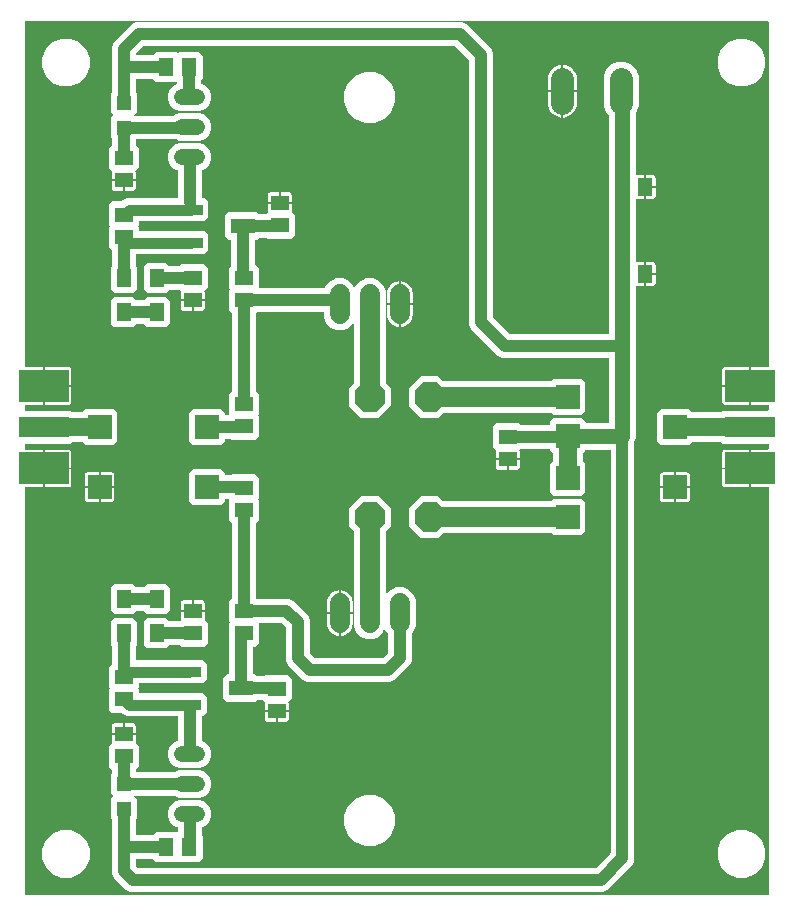
<source format=gbr>
G04 EAGLE Gerber RS-274X export*
G75*
%MOMM*%
%FSLAX34Y34*%
%LPD*%
%INTop Copper*%
%IPPOS*%
%AMOC8*
5,1,8,0,0,1.08239X$1,22.5*%
G01*
%ADD10R,1.300000X1.500000*%
%ADD11R,1.500000X1.300000*%
%ADD12R,1.200000X1.200000*%
%ADD13R,1.200000X1.500000*%
%ADD14C,1.676400*%
%ADD15C,1.320800*%
%ADD16P,2.749271X8X202.500000*%
%ADD17P,2.749271X8X22.500000*%
%ADD18R,2.000000X0.900000*%
%ADD19R,2.000000X1.300000*%
%ADD20R,2.000000X2.000000*%
%ADD21R,4.191000X1.778000*%
%ADD22R,4.191000X2.667000*%
%ADD23C,1.981200*%
%ADD24C,1.500000*%
%ADD25C,1.000000*%
%ADD26C,1.500000*%
%ADD27C,1.300000*%
%ADD28C,1.700000*%
%ADD29C,0.900000*%

G36*
X634569Y5092D02*
X634569Y5092D01*
X634620Y5094D01*
X634652Y5112D01*
X634688Y5120D01*
X634727Y5153D01*
X634772Y5177D01*
X634793Y5207D01*
X634821Y5230D01*
X634842Y5277D01*
X634872Y5319D01*
X634880Y5361D01*
X634892Y5389D01*
X634891Y5419D01*
X634899Y5461D01*
X634899Y350118D01*
X634888Y350168D01*
X634886Y350219D01*
X634868Y350251D01*
X634860Y350287D01*
X634827Y350326D01*
X634803Y350371D01*
X634773Y350392D01*
X634750Y350420D01*
X634703Y350441D01*
X634661Y350471D01*
X634619Y350479D01*
X634591Y350491D01*
X634561Y350490D01*
X634519Y350498D01*
X619687Y350498D01*
X619687Y365993D01*
X619676Y366043D01*
X619674Y366094D01*
X619656Y366126D01*
X619648Y366162D01*
X619615Y366201D01*
X619591Y366246D01*
X619561Y366267D01*
X619537Y366295D01*
X619491Y366316D01*
X619449Y366346D01*
X619407Y366354D01*
X619379Y366366D01*
X619349Y366365D01*
X619307Y366373D01*
X618925Y366373D01*
X618925Y366375D01*
X619307Y366375D01*
X619357Y366386D01*
X619408Y366388D01*
X619440Y366406D01*
X619476Y366414D01*
X619515Y366447D01*
X619560Y366471D01*
X619581Y366501D01*
X619609Y366525D01*
X619630Y366571D01*
X619660Y366613D01*
X619668Y366655D01*
X619680Y366683D01*
X619679Y366713D01*
X619687Y366755D01*
X619687Y382250D01*
X634519Y382250D01*
X634569Y382261D01*
X634620Y382263D01*
X634652Y382281D01*
X634688Y382289D01*
X634727Y382322D01*
X634772Y382346D01*
X634793Y382376D01*
X634821Y382399D01*
X634842Y382446D01*
X634872Y382488D01*
X634880Y382530D01*
X634892Y382558D01*
X634891Y382588D01*
X634899Y382630D01*
X634899Y386969D01*
X634888Y387019D01*
X634886Y387070D01*
X634868Y387102D01*
X634860Y387138D01*
X634827Y387177D01*
X634803Y387222D01*
X634773Y387243D01*
X634750Y387271D01*
X634703Y387292D01*
X634661Y387322D01*
X634619Y387330D01*
X634591Y387342D01*
X634561Y387341D01*
X634519Y387349D01*
X595866Y387349D01*
X594588Y388628D01*
X594523Y388668D01*
X594461Y388712D01*
X594449Y388714D01*
X594441Y388719D01*
X594404Y388723D01*
X594319Y388739D01*
X570382Y388739D01*
X570308Y388722D01*
X570233Y388709D01*
X570223Y388702D01*
X570213Y388700D01*
X570184Y388676D01*
X570113Y388628D01*
X567725Y386239D01*
X543515Y386239D01*
X540539Y389215D01*
X540539Y413425D01*
X543515Y416401D01*
X567725Y416401D01*
X570113Y414012D01*
X570178Y413972D01*
X570240Y413928D01*
X570252Y413926D01*
X570260Y413921D01*
X570297Y413917D01*
X570382Y413901D01*
X594319Y413901D01*
X594393Y413918D01*
X594468Y413931D01*
X594478Y413938D01*
X594488Y413940D01*
X594517Y413964D01*
X594588Y414012D01*
X595866Y415291D01*
X634519Y415291D01*
X634569Y415302D01*
X634620Y415304D01*
X634652Y415322D01*
X634688Y415330D01*
X634727Y415363D01*
X634772Y415387D01*
X634793Y415417D01*
X634821Y415440D01*
X634842Y415487D01*
X634872Y415529D01*
X634880Y415571D01*
X634892Y415599D01*
X634891Y415629D01*
X634899Y415671D01*
X634899Y420010D01*
X634888Y420060D01*
X634886Y420111D01*
X634868Y420143D01*
X634860Y420179D01*
X634827Y420218D01*
X634803Y420263D01*
X634773Y420284D01*
X634750Y420312D01*
X634703Y420333D01*
X634661Y420363D01*
X634619Y420371D01*
X634591Y420383D01*
X634561Y420382D01*
X634519Y420390D01*
X619687Y420390D01*
X619687Y435885D01*
X619676Y435935D01*
X619674Y435986D01*
X619656Y436018D01*
X619648Y436054D01*
X619615Y436093D01*
X619591Y436138D01*
X619561Y436159D01*
X619537Y436187D01*
X619491Y436208D01*
X619449Y436238D01*
X619407Y436246D01*
X619379Y436258D01*
X619349Y436257D01*
X619307Y436265D01*
X618925Y436265D01*
X618925Y436267D01*
X619307Y436267D01*
X619357Y436278D01*
X619408Y436280D01*
X619440Y436298D01*
X619476Y436306D01*
X619515Y436339D01*
X619560Y436363D01*
X619581Y436393D01*
X619609Y436417D01*
X619630Y436463D01*
X619660Y436505D01*
X619668Y436547D01*
X619680Y436575D01*
X619680Y436591D01*
X619680Y436592D01*
X619680Y436608D01*
X619687Y436647D01*
X619687Y452142D01*
X634519Y452142D01*
X634569Y452153D01*
X634620Y452155D01*
X634652Y452173D01*
X634688Y452181D01*
X634727Y452214D01*
X634772Y452238D01*
X634793Y452268D01*
X634821Y452291D01*
X634842Y452338D01*
X634872Y452380D01*
X634880Y452422D01*
X634892Y452450D01*
X634891Y452480D01*
X634899Y452522D01*
X634899Y744539D01*
X634888Y744589D01*
X634886Y744640D01*
X634868Y744672D01*
X634860Y744708D01*
X634827Y744747D01*
X634803Y744792D01*
X634773Y744813D01*
X634750Y744841D01*
X634703Y744862D01*
X634661Y744892D01*
X634619Y744900D01*
X634591Y744912D01*
X634561Y744911D01*
X634519Y744919D01*
X5461Y744919D01*
X5411Y744908D01*
X5360Y744906D01*
X5328Y744888D01*
X5292Y744880D01*
X5253Y744847D01*
X5208Y744823D01*
X5187Y744793D01*
X5159Y744770D01*
X5138Y744723D01*
X5108Y744681D01*
X5100Y744639D01*
X5088Y744611D01*
X5089Y744581D01*
X5081Y744539D01*
X5081Y452522D01*
X5092Y452472D01*
X5094Y452421D01*
X5112Y452389D01*
X5120Y452353D01*
X5153Y452314D01*
X5177Y452269D01*
X5207Y452248D01*
X5230Y452220D01*
X5277Y452199D01*
X5319Y452169D01*
X5361Y452161D01*
X5389Y452149D01*
X5419Y452150D01*
X5461Y452142D01*
X20393Y452142D01*
X20393Y436647D01*
X20404Y436597D01*
X20406Y436546D01*
X20424Y436514D01*
X20432Y436478D01*
X20465Y436439D01*
X20489Y436394D01*
X20519Y436373D01*
X20542Y436345D01*
X20589Y436324D01*
X20631Y436294D01*
X20673Y436286D01*
X20701Y436274D01*
X20731Y436275D01*
X20773Y436267D01*
X21155Y436267D01*
X21155Y436265D01*
X20773Y436265D01*
X20723Y436254D01*
X20672Y436252D01*
X20640Y436234D01*
X20604Y436226D01*
X20565Y436193D01*
X20520Y436169D01*
X20499Y436139D01*
X20471Y436115D01*
X20450Y436069D01*
X20420Y436027D01*
X20412Y435985D01*
X20400Y435957D01*
X20401Y435927D01*
X20393Y435885D01*
X20393Y420390D01*
X5461Y420390D01*
X5411Y420379D01*
X5360Y420377D01*
X5328Y420359D01*
X5292Y420351D01*
X5253Y420318D01*
X5208Y420294D01*
X5187Y420264D01*
X5159Y420241D01*
X5138Y420194D01*
X5108Y420152D01*
X5100Y420110D01*
X5088Y420082D01*
X5089Y420052D01*
X5081Y420010D01*
X5081Y415671D01*
X5092Y415621D01*
X5094Y415570D01*
X5112Y415538D01*
X5120Y415502D01*
X5153Y415463D01*
X5177Y415418D01*
X5207Y415397D01*
X5230Y415369D01*
X5277Y415348D01*
X5319Y415318D01*
X5361Y415310D01*
X5389Y415298D01*
X5419Y415299D01*
X5461Y415291D01*
X44214Y415291D01*
X45492Y414012D01*
X45557Y413972D01*
X45619Y413928D01*
X45631Y413926D01*
X45639Y413921D01*
X45676Y413917D01*
X45761Y413901D01*
X53818Y413901D01*
X53892Y413918D01*
X53967Y413931D01*
X53977Y413938D01*
X53987Y413940D01*
X54016Y413964D01*
X54087Y414012D01*
X56475Y416401D01*
X80685Y416401D01*
X83661Y413425D01*
X83661Y389215D01*
X80685Y386239D01*
X56475Y386239D01*
X54087Y388628D01*
X54022Y388668D01*
X53960Y388712D01*
X53948Y388714D01*
X53940Y388719D01*
X53903Y388723D01*
X53818Y388739D01*
X45761Y388739D01*
X45687Y388722D01*
X45612Y388709D01*
X45602Y388702D01*
X45592Y388700D01*
X45563Y388676D01*
X45492Y388628D01*
X44214Y387349D01*
X5461Y387349D01*
X5411Y387338D01*
X5360Y387336D01*
X5328Y387318D01*
X5292Y387310D01*
X5253Y387277D01*
X5208Y387253D01*
X5187Y387223D01*
X5159Y387200D01*
X5138Y387153D01*
X5108Y387111D01*
X5100Y387069D01*
X5088Y387041D01*
X5089Y387011D01*
X5081Y386969D01*
X5081Y382630D01*
X5092Y382580D01*
X5094Y382529D01*
X5112Y382497D01*
X5120Y382461D01*
X5153Y382422D01*
X5177Y382377D01*
X5207Y382356D01*
X5230Y382328D01*
X5277Y382307D01*
X5319Y382277D01*
X5361Y382269D01*
X5389Y382257D01*
X5419Y382258D01*
X5461Y382250D01*
X20393Y382250D01*
X20393Y366755D01*
X20404Y366705D01*
X20406Y366654D01*
X20424Y366622D01*
X20432Y366586D01*
X20465Y366547D01*
X20489Y366502D01*
X20519Y366481D01*
X20542Y366453D01*
X20589Y366432D01*
X20631Y366402D01*
X20673Y366394D01*
X20701Y366382D01*
X20731Y366383D01*
X20773Y366375D01*
X21155Y366375D01*
X21155Y366373D01*
X20773Y366373D01*
X20723Y366362D01*
X20672Y366360D01*
X20640Y366342D01*
X20604Y366334D01*
X20565Y366301D01*
X20520Y366277D01*
X20499Y366247D01*
X20471Y366223D01*
X20450Y366177D01*
X20420Y366135D01*
X20412Y366093D01*
X20400Y366065D01*
X20401Y366035D01*
X20393Y365993D01*
X20393Y350498D01*
X5461Y350498D01*
X5411Y350487D01*
X5360Y350485D01*
X5328Y350467D01*
X5292Y350459D01*
X5253Y350426D01*
X5208Y350402D01*
X5187Y350372D01*
X5159Y350349D01*
X5138Y350302D01*
X5108Y350260D01*
X5100Y350218D01*
X5088Y350190D01*
X5089Y350160D01*
X5081Y350118D01*
X5081Y5461D01*
X5092Y5411D01*
X5094Y5360D01*
X5112Y5328D01*
X5120Y5292D01*
X5153Y5253D01*
X5177Y5208D01*
X5207Y5187D01*
X5230Y5159D01*
X5277Y5138D01*
X5319Y5108D01*
X5361Y5100D01*
X5389Y5088D01*
X5419Y5089D01*
X5461Y5081D01*
X634519Y5081D01*
X634569Y5092D01*
G37*
%LPC*%
G36*
X94515Y7699D02*
X94515Y7699D01*
X90810Y9234D01*
X80354Y19690D01*
X78819Y23395D01*
X78819Y69138D01*
X78802Y69212D01*
X78789Y69287D01*
X78782Y69297D01*
X78780Y69307D01*
X78756Y69335D01*
X78708Y69407D01*
X77819Y70295D01*
X77819Y86505D01*
X79946Y88631D01*
X79973Y88674D01*
X80007Y88712D01*
X80018Y88747D01*
X80037Y88778D01*
X80042Y88829D01*
X80057Y88878D01*
X80050Y88914D01*
X80054Y88951D01*
X80036Y88999D01*
X80027Y89049D01*
X80003Y89084D01*
X79992Y89113D01*
X79970Y89134D01*
X79946Y89169D01*
X77819Y91295D01*
X77819Y107505D01*
X79048Y108733D01*
X79088Y108798D01*
X79132Y108860D01*
X79134Y108872D01*
X79139Y108880D01*
X79143Y108917D01*
X79159Y109002D01*
X79159Y110978D01*
X79142Y111052D01*
X79129Y111127D01*
X79122Y111137D01*
X79120Y111147D01*
X79096Y111176D01*
X79048Y111247D01*
X76319Y113975D01*
X76319Y131185D01*
X78920Y133785D01*
X78940Y133818D01*
X78969Y133845D01*
X78985Y133891D01*
X79011Y133932D01*
X79015Y133971D01*
X79028Y134008D01*
X79024Y134067D01*
X79028Y134105D01*
X79020Y134125D01*
X79018Y134152D01*
X78859Y134745D01*
X78859Y140819D01*
X88519Y140819D01*
X88569Y140830D01*
X88620Y140832D01*
X88652Y140850D01*
X88688Y140858D01*
X88727Y140891D01*
X88772Y140915D01*
X88793Y140945D01*
X88821Y140968D01*
X88842Y141015D01*
X88872Y141057D01*
X88880Y141099D01*
X88892Y141127D01*
X88892Y141137D01*
X88892Y141138D01*
X88891Y141159D01*
X88899Y141199D01*
X88899Y141581D01*
X88901Y141581D01*
X88901Y141199D01*
X88912Y141149D01*
X88914Y141098D01*
X88932Y141066D01*
X88940Y141030D01*
X88973Y140991D01*
X88997Y140946D01*
X89027Y140925D01*
X89051Y140897D01*
X89097Y140876D01*
X89139Y140846D01*
X89181Y140838D01*
X89209Y140826D01*
X89239Y140827D01*
X89281Y140819D01*
X98941Y140819D01*
X98941Y134745D01*
X98782Y134152D01*
X98781Y134113D01*
X98769Y134076D01*
X98778Y134028D01*
X98776Y133979D01*
X98792Y133944D01*
X98799Y133905D01*
X98833Y133856D01*
X98848Y133822D01*
X98865Y133808D01*
X98880Y133785D01*
X101481Y131185D01*
X101481Y113975D01*
X99432Y111927D01*
X99392Y111862D01*
X99348Y111800D01*
X99346Y111788D01*
X99341Y111780D01*
X99337Y111743D01*
X99321Y111658D01*
X99321Y109521D01*
X99332Y109471D01*
X99334Y109420D01*
X99352Y109388D01*
X99360Y109352D01*
X99393Y109313D01*
X99417Y109268D01*
X99447Y109247D01*
X99470Y109219D01*
X99517Y109198D01*
X99559Y109168D01*
X99601Y109160D01*
X99629Y109148D01*
X99659Y109149D01*
X99701Y109141D01*
X131904Y109141D01*
X131906Y109141D01*
X131907Y109141D01*
X132049Y109170D01*
X135852Y110745D01*
X153708Y110745D01*
X158003Y108966D01*
X161290Y105679D01*
X163069Y101384D01*
X163069Y96736D01*
X161290Y92441D01*
X158003Y89154D01*
X153708Y87375D01*
X135852Y87375D01*
X132049Y88950D01*
X132047Y88951D01*
X132046Y88952D01*
X131904Y88979D01*
X98424Y88979D01*
X98399Y88973D01*
X98373Y88976D01*
X98315Y88954D01*
X98255Y88940D01*
X98235Y88923D01*
X98211Y88914D01*
X98169Y88869D01*
X98122Y88830D01*
X98111Y88806D01*
X98093Y88787D01*
X98076Y88728D01*
X98051Y88671D01*
X98052Y88646D01*
X98044Y88621D01*
X98055Y88560D01*
X98057Y88498D01*
X98070Y88476D01*
X98074Y88450D01*
X98122Y88379D01*
X98140Y88346D01*
X98148Y88340D01*
X98155Y88330D01*
X99981Y86505D01*
X99981Y70295D01*
X99092Y69407D01*
X99052Y69342D01*
X99008Y69280D01*
X99006Y69268D01*
X99001Y69260D01*
X98997Y69223D01*
X98981Y69138D01*
X98981Y56181D01*
X98992Y56131D01*
X98994Y56080D01*
X99012Y56048D01*
X99020Y56012D01*
X99053Y55973D01*
X99077Y55928D01*
X99107Y55907D01*
X99130Y55879D01*
X99177Y55858D01*
X99219Y55828D01*
X99261Y55820D01*
X99289Y55808D01*
X99319Y55809D01*
X99361Y55801D01*
X113858Y55801D01*
X113932Y55818D01*
X114007Y55831D01*
X114017Y55838D01*
X114027Y55840D01*
X114056Y55864D01*
X114127Y55912D01*
X116515Y58301D01*
X133725Y58301D01*
X134050Y57975D01*
X134072Y57961D01*
X134088Y57942D01*
X134145Y57916D01*
X134197Y57884D01*
X134223Y57881D01*
X134247Y57871D01*
X134308Y57873D01*
X134370Y57867D01*
X134394Y57876D01*
X134420Y57877D01*
X134474Y57907D01*
X134532Y57929D01*
X134549Y57948D01*
X134572Y57960D01*
X134607Y58010D01*
X134649Y58056D01*
X134657Y58081D01*
X134672Y58102D01*
X134688Y58186D01*
X134699Y58222D01*
X134697Y58232D01*
X134699Y58244D01*
X134699Y62199D01*
X134685Y62260D01*
X134678Y62324D01*
X134665Y62344D01*
X134660Y62367D01*
X134619Y62416D01*
X134585Y62470D01*
X134563Y62485D01*
X134550Y62501D01*
X134515Y62516D01*
X134465Y62550D01*
X131557Y63754D01*
X128270Y67041D01*
X126491Y71336D01*
X126491Y75984D01*
X128270Y80279D01*
X131557Y83566D01*
X135852Y85345D01*
X153708Y85345D01*
X158003Y83566D01*
X161290Y80279D01*
X163069Y75984D01*
X163069Y71336D01*
X161290Y67041D01*
X158003Y63754D01*
X155095Y62550D01*
X155044Y62513D01*
X154988Y62483D01*
X154974Y62463D01*
X154955Y62449D01*
X154925Y62393D01*
X154888Y62341D01*
X154883Y62314D01*
X154873Y62296D01*
X154872Y62258D01*
X154861Y62199D01*
X154861Y56322D01*
X154878Y56248D01*
X154891Y56173D01*
X154898Y56163D01*
X154900Y56153D01*
X154924Y56125D01*
X154972Y56053D01*
X155701Y55325D01*
X155701Y36115D01*
X152725Y33139D01*
X135515Y33139D01*
X134889Y33766D01*
X134846Y33793D01*
X134808Y33827D01*
X134773Y33838D01*
X134742Y33857D01*
X134691Y33862D01*
X134642Y33877D01*
X134606Y33870D01*
X134569Y33874D01*
X134522Y33856D01*
X134471Y33847D01*
X134436Y33823D01*
X134407Y33812D01*
X134386Y33790D01*
X134351Y33766D01*
X133725Y33139D01*
X116515Y33139D01*
X114127Y35528D01*
X114062Y35568D01*
X114000Y35612D01*
X113988Y35614D01*
X113980Y35619D01*
X113943Y35623D01*
X113858Y35639D01*
X99361Y35639D01*
X99311Y35628D01*
X99260Y35626D01*
X99228Y35608D01*
X99192Y35600D01*
X99153Y35567D01*
X99108Y35543D01*
X99087Y35513D01*
X99059Y35490D01*
X99038Y35443D01*
X99008Y35401D01*
X99000Y35359D01*
X98988Y35331D01*
X98989Y35301D01*
X98981Y35259D01*
X98981Y29733D01*
X98998Y29659D01*
X99011Y29584D01*
X99018Y29574D01*
X99020Y29564D01*
X99044Y29536D01*
X99092Y29464D01*
X100584Y27972D01*
X100649Y27932D01*
X100711Y27888D01*
X100723Y27886D01*
X100731Y27881D01*
X100768Y27877D01*
X100853Y27861D01*
X488427Y27861D01*
X488501Y27878D01*
X488576Y27891D01*
X488586Y27898D01*
X488596Y27900D01*
X488624Y27924D01*
X488696Y27972D01*
X501008Y40284D01*
X501048Y40349D01*
X501092Y40411D01*
X501094Y40423D01*
X501099Y40431D01*
X501103Y40468D01*
X501119Y40553D01*
X501119Y381659D01*
X501108Y381709D01*
X501106Y381760D01*
X501088Y381792D01*
X501080Y381828D01*
X501047Y381867D01*
X501023Y381912D01*
X500993Y381933D01*
X500970Y381961D01*
X500923Y381982D01*
X500881Y382012D01*
X500839Y382020D01*
X500811Y382032D01*
X500781Y382031D01*
X500739Y382039D01*
X480281Y382039D01*
X480231Y382028D01*
X480180Y382026D01*
X480148Y382008D01*
X480112Y382000D01*
X480073Y381967D01*
X480028Y381943D01*
X480007Y381913D01*
X479979Y381890D01*
X479958Y381843D01*
X479928Y381801D01*
X479920Y381759D01*
X479908Y381731D01*
X479909Y381701D01*
X479901Y381659D01*
X479901Y381515D01*
X477512Y379127D01*
X477500Y379108D01*
X477487Y379097D01*
X477471Y379060D01*
X477428Y379000D01*
X477426Y378988D01*
X477421Y378980D01*
X477417Y378943D01*
X477417Y378940D01*
X477416Y378939D01*
X477416Y378938D01*
X477401Y378858D01*
X477401Y372982D01*
X477418Y372908D01*
X477431Y372833D01*
X477438Y372823D01*
X477440Y372813D01*
X477464Y372784D01*
X477512Y372713D01*
X479901Y370325D01*
X479901Y346115D01*
X476925Y343139D01*
X452715Y343139D01*
X449739Y346115D01*
X449739Y370325D01*
X452128Y372713D01*
X452168Y372778D01*
X452212Y372840D01*
X452214Y372852D01*
X452219Y372860D01*
X452223Y372897D01*
X452239Y372982D01*
X452239Y378858D01*
X452222Y378932D01*
X452218Y378957D01*
X452217Y378967D01*
X452215Y378971D01*
X452209Y379007D01*
X452202Y379017D01*
X452200Y379027D01*
X452176Y379056D01*
X452141Y379108D01*
X452134Y379119D01*
X452132Y379121D01*
X452128Y379127D01*
X449739Y381515D01*
X449739Y382579D01*
X449728Y382629D01*
X449726Y382680D01*
X449708Y382712D01*
X449700Y382748D01*
X449667Y382787D01*
X449643Y382832D01*
X449613Y382853D01*
X449590Y382881D01*
X449543Y382902D01*
X449501Y382932D01*
X449459Y382940D01*
X449431Y382952D01*
X449401Y382951D01*
X449359Y382959D01*
X425282Y382959D01*
X425208Y382942D01*
X425133Y382929D01*
X425123Y382922D01*
X425113Y382920D01*
X425084Y382896D01*
X425013Y382848D01*
X424000Y381835D01*
X423980Y381802D01*
X423951Y381775D01*
X423935Y381729D01*
X423909Y381688D01*
X423905Y381649D01*
X423892Y381612D01*
X423896Y381553D01*
X423892Y381515D01*
X423900Y381495D01*
X423902Y381468D01*
X424061Y380875D01*
X424061Y374801D01*
X414401Y374801D01*
X414351Y374790D01*
X414300Y374788D01*
X414268Y374770D01*
X414232Y374762D01*
X414193Y374729D01*
X414148Y374705D01*
X414127Y374675D01*
X414099Y374651D01*
X414078Y374605D01*
X414048Y374563D01*
X414040Y374521D01*
X414028Y374493D01*
X414029Y374463D01*
X414021Y374421D01*
X414021Y374039D01*
X414019Y374039D01*
X414019Y374421D01*
X414008Y374471D01*
X414006Y374522D01*
X413988Y374554D01*
X413980Y374590D01*
X413947Y374629D01*
X413923Y374674D01*
X413893Y374695D01*
X413869Y374723D01*
X413823Y374744D01*
X413781Y374774D01*
X413739Y374782D01*
X413711Y374794D01*
X413681Y374793D01*
X413639Y374801D01*
X403979Y374801D01*
X403979Y380875D01*
X404138Y381468D01*
X404139Y381507D01*
X404151Y381544D01*
X404142Y381592D01*
X404144Y381641D01*
X404128Y381676D01*
X404121Y381715D01*
X404087Y381764D01*
X404072Y381798D01*
X404055Y381812D01*
X404040Y381835D01*
X401439Y384435D01*
X401439Y401645D01*
X404415Y404621D01*
X423625Y404621D01*
X425013Y403232D01*
X425078Y403192D01*
X425140Y403148D01*
X425152Y403146D01*
X425160Y403141D01*
X425197Y403137D01*
X425282Y403121D01*
X449359Y403121D01*
X449409Y403132D01*
X449460Y403134D01*
X449492Y403152D01*
X449528Y403160D01*
X449567Y403193D01*
X449612Y403217D01*
X449633Y403247D01*
X449661Y403270D01*
X449682Y403317D01*
X449712Y403359D01*
X449720Y403401D01*
X449732Y403429D01*
X449731Y403459D01*
X449739Y403501D01*
X449739Y405725D01*
X452715Y408701D01*
X476925Y408701D01*
X479901Y405725D01*
X479901Y405581D01*
X479912Y405531D01*
X479914Y405480D01*
X479932Y405448D01*
X479940Y405412D01*
X479973Y405373D01*
X479997Y405328D01*
X480027Y405307D01*
X480050Y405279D01*
X480097Y405258D01*
X480139Y405228D01*
X480181Y405220D01*
X480209Y405208D01*
X480239Y405209D01*
X480281Y405201D01*
X499239Y405201D01*
X499289Y405212D01*
X499340Y405214D01*
X499372Y405232D01*
X499408Y405240D01*
X499447Y405273D01*
X499492Y405297D01*
X499513Y405327D01*
X499541Y405350D01*
X499562Y405397D01*
X499592Y405439D01*
X499600Y405481D01*
X499612Y405509D01*
X499611Y405539D01*
X499619Y405581D01*
X499619Y459439D01*
X499608Y459489D01*
X499606Y459540D01*
X499588Y459572D01*
X499580Y459608D01*
X499547Y459647D01*
X499523Y459692D01*
X499493Y459713D01*
X499470Y459741D01*
X499423Y459762D01*
X499381Y459792D01*
X499339Y459800D01*
X499311Y459812D01*
X499281Y459811D01*
X499239Y459819D01*
X409475Y459819D01*
X405770Y461354D01*
X382614Y484510D01*
X381079Y488215D01*
X381079Y711947D01*
X381062Y712021D01*
X381049Y712096D01*
X381042Y712106D01*
X381040Y712116D01*
X381016Y712144D01*
X380968Y712216D01*
X369316Y723868D01*
X369251Y723908D01*
X369189Y723952D01*
X369177Y723954D01*
X369169Y723959D01*
X369132Y723963D01*
X369047Y723979D01*
X105933Y723979D01*
X105859Y723962D01*
X105784Y723949D01*
X105774Y723942D01*
X105764Y723940D01*
X105736Y723916D01*
X105664Y723868D01*
X99092Y717296D01*
X99052Y717231D01*
X99008Y717169D01*
X99006Y717157D01*
X99001Y717149D01*
X98997Y717112D01*
X98981Y717027D01*
X98981Y716581D01*
X98992Y716531D01*
X98994Y716480D01*
X99012Y716448D01*
X99020Y716412D01*
X99053Y716373D01*
X99077Y716328D01*
X99107Y716307D01*
X99130Y716279D01*
X99177Y716258D01*
X99219Y716228D01*
X99261Y716220D01*
X99289Y716208D01*
X99319Y716209D01*
X99361Y716201D01*
X113858Y716201D01*
X113932Y716218D01*
X114007Y716231D01*
X114017Y716238D01*
X114027Y716240D01*
X114056Y716264D01*
X114127Y716312D01*
X116515Y718701D01*
X133725Y718701D01*
X134351Y718074D01*
X134394Y718047D01*
X134432Y718013D01*
X134467Y718002D01*
X134498Y717983D01*
X134549Y717978D01*
X134598Y717963D01*
X134634Y717970D01*
X134671Y717966D01*
X134718Y717984D01*
X134769Y717993D01*
X134804Y718017D01*
X134833Y718028D01*
X134854Y718050D01*
X134889Y718074D01*
X135515Y718701D01*
X152725Y718701D01*
X155701Y715725D01*
X155701Y696515D01*
X154312Y695127D01*
X154294Y695097D01*
X154279Y695085D01*
X154262Y695049D01*
X154228Y695000D01*
X154226Y694988D01*
X154221Y694980D01*
X154218Y694949D01*
X154208Y694927D01*
X154209Y694899D01*
X154201Y694858D01*
X154201Y692455D01*
X154215Y692393D01*
X154222Y692330D01*
X154235Y692309D01*
X154240Y692286D01*
X154281Y692237D01*
X154315Y692183D01*
X154337Y692169D01*
X154350Y692152D01*
X154385Y692137D01*
X154435Y692103D01*
X158003Y690626D01*
X161290Y687339D01*
X163069Y683044D01*
X163069Y678396D01*
X161290Y674101D01*
X158003Y670814D01*
X153708Y669035D01*
X135852Y669035D01*
X131557Y670814D01*
X128270Y674101D01*
X126491Y678396D01*
X126491Y683044D01*
X128270Y687339D01*
X131557Y690626D01*
X133805Y691557D01*
X133856Y691594D01*
X133912Y691624D01*
X133926Y691644D01*
X133945Y691658D01*
X133975Y691714D01*
X134012Y691766D01*
X134017Y691792D01*
X134027Y691811D01*
X134028Y691848D01*
X134039Y691908D01*
X134039Y693159D01*
X134028Y693209D01*
X134026Y693260D01*
X134008Y693292D01*
X134000Y693328D01*
X133967Y693367D01*
X133943Y693412D01*
X133913Y693433D01*
X133890Y693461D01*
X133843Y693482D01*
X133801Y693512D01*
X133759Y693520D01*
X133731Y693532D01*
X133701Y693531D01*
X133659Y693539D01*
X116515Y693539D01*
X114127Y695928D01*
X114062Y695968D01*
X114000Y696012D01*
X113988Y696014D01*
X113980Y696019D01*
X113943Y696023D01*
X113858Y696039D01*
X99361Y696039D01*
X99311Y696028D01*
X99260Y696026D01*
X99228Y696008D01*
X99192Y696000D01*
X99153Y695967D01*
X99108Y695943D01*
X99087Y695913D01*
X99059Y695890D01*
X99038Y695843D01*
X99008Y695801D01*
X99000Y695759D01*
X98988Y695731D01*
X98989Y695701D01*
X98981Y695659D01*
X98981Y685242D01*
X98998Y685168D01*
X99011Y685093D01*
X99018Y685083D01*
X99020Y685073D01*
X99044Y685045D01*
X99092Y684973D01*
X99981Y684085D01*
X99981Y667875D01*
X97854Y665749D01*
X97827Y665706D01*
X97793Y665668D01*
X97782Y665633D01*
X97763Y665602D01*
X97758Y665551D01*
X97743Y665502D01*
X97750Y665466D01*
X97746Y665429D01*
X97764Y665381D01*
X97773Y665331D01*
X97797Y665296D01*
X97808Y665267D01*
X97830Y665246D01*
X97854Y665211D01*
X97893Y665172D01*
X97958Y665132D01*
X98020Y665088D01*
X98032Y665086D01*
X98040Y665081D01*
X98077Y665077D01*
X98162Y665061D01*
X131235Y665061D01*
X131309Y665078D01*
X131383Y665091D01*
X131393Y665098D01*
X131403Y665100D01*
X131432Y665124D01*
X131503Y665172D01*
X131557Y665226D01*
X135852Y667005D01*
X153708Y667005D01*
X158003Y665226D01*
X161290Y661939D01*
X163069Y657644D01*
X163069Y652996D01*
X161290Y648701D01*
X158003Y645414D01*
X153708Y643635D01*
X135852Y643635D01*
X132870Y644870D01*
X132868Y644871D01*
X132867Y644872D01*
X132725Y644899D01*
X99361Y644899D01*
X99311Y644888D01*
X99260Y644886D01*
X99228Y644868D01*
X99192Y644860D01*
X99153Y644827D01*
X99108Y644803D01*
X99087Y644773D01*
X99059Y644750D01*
X99038Y644703D01*
X99008Y644661D01*
X99000Y644619D01*
X98988Y644591D01*
X98989Y644561D01*
X98981Y644519D01*
X98981Y640522D01*
X98998Y640448D01*
X99011Y640373D01*
X99018Y640363D01*
X99020Y640353D01*
X99044Y640324D01*
X99092Y640253D01*
X101481Y637865D01*
X101481Y620655D01*
X98880Y618055D01*
X98860Y618022D01*
X98831Y617995D01*
X98815Y617949D01*
X98789Y617908D01*
X98785Y617869D01*
X98772Y617832D01*
X98776Y617773D01*
X98772Y617735D01*
X98780Y617715D01*
X98782Y617688D01*
X98941Y617095D01*
X98941Y611021D01*
X89281Y611021D01*
X89231Y611010D01*
X89180Y611008D01*
X89148Y610990D01*
X89112Y610982D01*
X89073Y610949D01*
X89028Y610925D01*
X89007Y610895D01*
X88979Y610871D01*
X88958Y610825D01*
X88928Y610783D01*
X88920Y610741D01*
X88908Y610713D01*
X88909Y610683D01*
X88901Y610641D01*
X88901Y610259D01*
X88899Y610259D01*
X88899Y610641D01*
X88888Y610691D01*
X88886Y610742D01*
X88868Y610774D01*
X88860Y610810D01*
X88827Y610849D01*
X88803Y610894D01*
X88773Y610915D01*
X88749Y610943D01*
X88703Y610964D01*
X88661Y610994D01*
X88619Y611002D01*
X88591Y611014D01*
X88561Y611013D01*
X88519Y611021D01*
X78859Y611021D01*
X78859Y617095D01*
X79018Y617688D01*
X79019Y617727D01*
X79031Y617764D01*
X79022Y617812D01*
X79024Y617861D01*
X79008Y617896D01*
X79001Y617935D01*
X78967Y617984D01*
X78952Y618018D01*
X78935Y618032D01*
X78920Y618055D01*
X76319Y620655D01*
X76319Y637865D01*
X78708Y640253D01*
X78748Y640318D01*
X78792Y640380D01*
X78794Y640392D01*
X78799Y640400D01*
X78803Y640437D01*
X78819Y640522D01*
X78819Y645718D01*
X78802Y645792D01*
X78789Y645867D01*
X78782Y645877D01*
X78780Y645887D01*
X78756Y645915D01*
X78708Y645987D01*
X77819Y646875D01*
X77819Y663085D01*
X79946Y665211D01*
X79973Y665254D01*
X80007Y665292D01*
X80018Y665327D01*
X80037Y665358D01*
X80042Y665409D01*
X80057Y665458D01*
X80050Y665494D01*
X80054Y665531D01*
X80036Y665578D01*
X80027Y665629D01*
X80003Y665664D01*
X79992Y665693D01*
X79970Y665714D01*
X79946Y665749D01*
X77819Y667875D01*
X77819Y684085D01*
X78708Y684973D01*
X78748Y685038D01*
X78792Y685100D01*
X78794Y685112D01*
X78799Y685120D01*
X78803Y685157D01*
X78819Y685242D01*
X78819Y723365D01*
X80354Y727070D01*
X95890Y742606D01*
X99595Y744141D01*
X375385Y744141D01*
X379090Y742606D01*
X381979Y739717D01*
X381980Y739717D01*
X396817Y724880D01*
X399706Y721990D01*
X401241Y718285D01*
X401241Y494553D01*
X401258Y494479D01*
X401271Y494404D01*
X401278Y494394D01*
X401280Y494384D01*
X401304Y494356D01*
X401352Y494284D01*
X415544Y480092D01*
X415609Y480052D01*
X415671Y480008D01*
X415683Y480006D01*
X415691Y480001D01*
X415728Y479997D01*
X415813Y479981D01*
X499239Y479981D01*
X499289Y479992D01*
X499340Y479994D01*
X499372Y480012D01*
X499408Y480020D01*
X499447Y480053D01*
X499492Y480077D01*
X499513Y480107D01*
X499541Y480130D01*
X499562Y480177D01*
X499592Y480219D01*
X499600Y480261D01*
X499612Y480289D01*
X499611Y480318D01*
X499612Y480321D01*
X499612Y480324D01*
X499619Y480361D01*
X499619Y665209D01*
X499607Y665261D01*
X499606Y665295D01*
X499597Y665312D01*
X499589Y665358D01*
X499582Y665368D01*
X499580Y665377D01*
X499556Y665406D01*
X499508Y665478D01*
X497581Y667405D01*
X495299Y672913D01*
X495299Y698687D01*
X497581Y704195D01*
X501797Y708411D01*
X507305Y710693D01*
X513267Y710693D01*
X518775Y708411D01*
X522991Y704195D01*
X525273Y698687D01*
X525273Y672913D01*
X522991Y667405D01*
X522892Y667306D01*
X522852Y667241D01*
X522808Y667179D01*
X522806Y667167D01*
X522801Y667158D01*
X522797Y667121D01*
X522781Y667037D01*
X522781Y614900D01*
X522784Y614886D01*
X522782Y614873D01*
X522803Y614803D01*
X522820Y614731D01*
X522829Y614720D01*
X522833Y614707D01*
X522883Y614654D01*
X522930Y614597D01*
X522943Y614592D01*
X522952Y614582D01*
X523021Y614556D01*
X523089Y614526D01*
X523102Y614527D01*
X523115Y614522D01*
X523259Y614532D01*
X523366Y614561D01*
X529439Y614561D01*
X529439Y604901D01*
X529450Y604851D01*
X529452Y604800D01*
X529470Y604768D01*
X529478Y604732D01*
X529511Y604693D01*
X529535Y604648D01*
X529565Y604627D01*
X529588Y604599D01*
X529635Y604578D01*
X529677Y604548D01*
X529719Y604540D01*
X529747Y604528D01*
X529777Y604529D01*
X529819Y604521D01*
X530201Y604521D01*
X530201Y604519D01*
X529819Y604519D01*
X529769Y604508D01*
X529718Y604506D01*
X529686Y604488D01*
X529650Y604480D01*
X529611Y604447D01*
X529566Y604423D01*
X529545Y604393D01*
X529517Y604369D01*
X529496Y604323D01*
X529466Y604281D01*
X529458Y604239D01*
X529446Y604211D01*
X529447Y604181D01*
X529439Y604139D01*
X529439Y594479D01*
X523366Y594479D01*
X523259Y594508D01*
X523246Y594508D01*
X523233Y594514D01*
X523160Y594511D01*
X523086Y594513D01*
X523074Y594508D01*
X523060Y594507D01*
X522996Y594472D01*
X522929Y594441D01*
X522920Y594431D01*
X522908Y594424D01*
X522866Y594364D01*
X522819Y594307D01*
X522816Y594294D01*
X522808Y594283D01*
X522781Y594140D01*
X522781Y541240D01*
X522784Y541226D01*
X522782Y541213D01*
X522803Y541143D01*
X522820Y541071D01*
X522829Y541060D01*
X522833Y541047D01*
X522883Y540994D01*
X522930Y540937D01*
X522943Y540932D01*
X522952Y540922D01*
X523021Y540896D01*
X523089Y540866D01*
X523102Y540867D01*
X523115Y540862D01*
X523259Y540872D01*
X523366Y540901D01*
X529439Y540901D01*
X529439Y531241D01*
X529450Y531191D01*
X529452Y531140D01*
X529470Y531108D01*
X529478Y531072D01*
X529511Y531033D01*
X529535Y530988D01*
X529565Y530967D01*
X529588Y530939D01*
X529635Y530918D01*
X529677Y530888D01*
X529719Y530880D01*
X529747Y530868D01*
X529777Y530869D01*
X529819Y530861D01*
X530201Y530861D01*
X530201Y530859D01*
X529819Y530859D01*
X529769Y530848D01*
X529718Y530846D01*
X529686Y530828D01*
X529650Y530820D01*
X529611Y530787D01*
X529566Y530763D01*
X529545Y530733D01*
X529517Y530709D01*
X529496Y530663D01*
X529466Y530621D01*
X529458Y530579D01*
X529446Y530551D01*
X529447Y530521D01*
X529439Y530479D01*
X529439Y520819D01*
X523366Y520819D01*
X523259Y520848D01*
X523246Y520848D01*
X523233Y520854D01*
X523160Y520851D01*
X523086Y520853D01*
X523074Y520848D01*
X523060Y520847D01*
X522996Y520812D01*
X522929Y520781D01*
X522920Y520771D01*
X522908Y520764D01*
X522866Y520704D01*
X522819Y520647D01*
X522816Y520634D01*
X522808Y520623D01*
X522781Y520480D01*
X522781Y392056D01*
X521310Y388505D01*
X521309Y388503D01*
X521308Y388502D01*
X521301Y388462D01*
X521293Y388445D01*
X521294Y388427D01*
X521281Y388359D01*
X521281Y34215D01*
X519746Y30510D01*
X498470Y9234D01*
X494765Y7699D01*
X94515Y7699D01*
G37*
%LPD*%
%LPC*%
G36*
X218439Y160679D02*
X218439Y160679D01*
X218439Y161061D01*
X218428Y161111D01*
X218426Y161162D01*
X218408Y161194D01*
X218400Y161230D01*
X218367Y161269D01*
X218343Y161314D01*
X218313Y161335D01*
X218289Y161363D01*
X218243Y161384D01*
X218201Y161414D01*
X218159Y161422D01*
X218131Y161434D01*
X218101Y161433D01*
X218059Y161441D01*
X208399Y161441D01*
X208399Y167515D01*
X208558Y168108D01*
X208559Y168128D01*
X208562Y168136D01*
X208562Y168154D01*
X208571Y168184D01*
X208562Y168232D01*
X208564Y168281D01*
X208556Y168298D01*
X208556Y168309D01*
X208546Y168327D01*
X208541Y168355D01*
X208507Y168404D01*
X208492Y168438D01*
X208480Y168448D01*
X208473Y168461D01*
X208466Y168466D01*
X208460Y168475D01*
X206787Y170148D01*
X206722Y170188D01*
X206660Y170232D01*
X206648Y170234D01*
X206640Y170239D01*
X206603Y170243D01*
X206518Y170259D01*
X202132Y170259D01*
X202058Y170242D01*
X201983Y170229D01*
X201973Y170222D01*
X201963Y170220D01*
X201934Y170196D01*
X201863Y170148D01*
X200475Y168759D01*
X176265Y168759D01*
X173289Y171735D01*
X173289Y188945D01*
X176265Y191921D01*
X177909Y191921D01*
X177959Y191932D01*
X178010Y191934D01*
X178042Y191952D01*
X178078Y191960D01*
X178117Y191993D01*
X178162Y192017D01*
X178183Y192047D01*
X178211Y192070D01*
X178232Y192117D01*
X178262Y192159D01*
X178270Y192201D01*
X178282Y192229D01*
X178281Y192259D01*
X178289Y192301D01*
X178289Y217588D01*
X178272Y217662D01*
X178259Y217737D01*
X178252Y217747D01*
X178250Y217757D01*
X178226Y217786D01*
X178178Y217857D01*
X177919Y218115D01*
X177919Y235325D01*
X178546Y235951D01*
X178573Y235994D01*
X178607Y236032D01*
X178618Y236067D01*
X178637Y236098D01*
X178642Y236149D01*
X178657Y236198D01*
X178650Y236234D01*
X178654Y236271D01*
X178636Y236318D01*
X178627Y236369D01*
X178603Y236404D01*
X178592Y236433D01*
X178570Y236454D01*
X178546Y236489D01*
X177919Y237115D01*
X177919Y254325D01*
X180308Y256713D01*
X180348Y256778D01*
X180392Y256840D01*
X180394Y256852D01*
X180399Y256860D01*
X180403Y256897D01*
X180419Y256982D01*
X180419Y319598D01*
X180402Y319672D01*
X180389Y319747D01*
X180382Y319757D01*
X180380Y319767D01*
X180356Y319796D01*
X180308Y319867D01*
X177919Y322255D01*
X177919Y339465D01*
X178245Y339790D01*
X178259Y339812D01*
X178278Y339828D01*
X178304Y339885D01*
X178336Y339937D01*
X178339Y339963D01*
X178349Y339987D01*
X178347Y340048D01*
X178353Y340110D01*
X178344Y340134D01*
X178343Y340160D01*
X178313Y340214D01*
X178291Y340272D01*
X178272Y340289D01*
X178260Y340312D01*
X178210Y340347D01*
X178164Y340389D01*
X178139Y340397D01*
X178118Y340412D01*
X178034Y340428D01*
X177998Y340439D01*
X177988Y340437D01*
X177976Y340439D01*
X174841Y340439D01*
X174791Y340428D01*
X174740Y340426D01*
X174708Y340408D01*
X174672Y340400D01*
X174633Y340367D01*
X174588Y340343D01*
X174567Y340313D01*
X174539Y340290D01*
X174518Y340243D01*
X174488Y340201D01*
X174480Y340159D01*
X174468Y340131D01*
X174469Y340101D01*
X174461Y340059D01*
X174461Y338415D01*
X171485Y335439D01*
X147275Y335439D01*
X144299Y338415D01*
X144299Y362625D01*
X147275Y365601D01*
X171485Y365601D01*
X174461Y362625D01*
X174461Y360981D01*
X174472Y360931D01*
X174474Y360880D01*
X174492Y360848D01*
X174500Y360812D01*
X174533Y360773D01*
X174557Y360728D01*
X174587Y360707D01*
X174610Y360679D01*
X174657Y360658D01*
X174699Y360628D01*
X174741Y360620D01*
X174769Y360608D01*
X174799Y360609D01*
X174841Y360601D01*
X179898Y360601D01*
X179972Y360618D01*
X180047Y360631D01*
X180057Y360638D01*
X180067Y360640D01*
X180096Y360664D01*
X180167Y360712D01*
X180895Y361441D01*
X200105Y361441D01*
X203081Y358465D01*
X203081Y341255D01*
X202454Y340629D01*
X202427Y340586D01*
X202393Y340548D01*
X202382Y340513D01*
X202363Y340482D01*
X202358Y340431D01*
X202343Y340382D01*
X202350Y340346D01*
X202346Y340309D01*
X202364Y340262D01*
X202373Y340211D01*
X202397Y340176D01*
X202408Y340147D01*
X202430Y340126D01*
X202454Y340091D01*
X203081Y339465D01*
X203081Y322255D01*
X200692Y319867D01*
X200652Y319802D01*
X200608Y319740D01*
X200606Y319728D01*
X200601Y319720D01*
X200597Y319683D01*
X200581Y319598D01*
X200581Y256982D01*
X200598Y256908D01*
X200611Y256833D01*
X200618Y256823D01*
X200620Y256813D01*
X200644Y256785D01*
X200692Y256713D01*
X201493Y255912D01*
X201558Y255872D01*
X201620Y255828D01*
X201632Y255826D01*
X201640Y255821D01*
X201677Y255817D01*
X201762Y255801D01*
X228725Y255801D01*
X232430Y254266D01*
X235319Y251377D01*
X235320Y251377D01*
X244766Y241930D01*
X246301Y238225D01*
X246301Y210073D01*
X246318Y209999D01*
X246331Y209924D01*
X246338Y209914D01*
X246340Y209904D01*
X246364Y209876D01*
X246412Y209804D01*
X250444Y205772D01*
X250509Y205732D01*
X250571Y205688D01*
X250583Y205686D01*
X250591Y205681D01*
X250628Y205677D01*
X250713Y205661D01*
X308087Y205661D01*
X308161Y205678D01*
X308236Y205691D01*
X308246Y205698D01*
X308256Y205700D01*
X308284Y205724D01*
X308356Y205772D01*
X312388Y209804D01*
X312428Y209869D01*
X312472Y209931D01*
X312474Y209943D01*
X312479Y209951D01*
X312483Y209988D01*
X312499Y210073D01*
X312499Y226342D01*
X312482Y226416D01*
X312469Y226491D01*
X312462Y226501D01*
X312460Y226511D01*
X312436Y226540D01*
X312388Y226611D01*
X311167Y227832D01*
X310231Y230091D01*
X310216Y230112D01*
X310209Y230136D01*
X310166Y230181D01*
X310130Y230231D01*
X310107Y230244D01*
X310090Y230262D01*
X310032Y230284D01*
X309977Y230313D01*
X309951Y230313D01*
X309927Y230322D01*
X309866Y230316D01*
X309804Y230318D01*
X309781Y230307D01*
X309755Y230304D01*
X309703Y230271D01*
X309647Y230245D01*
X309630Y230225D01*
X309609Y230211D01*
X309561Y230140D01*
X309538Y230111D01*
X309536Y230101D01*
X309529Y230091D01*
X308593Y227832D01*
X304806Y224045D01*
X299858Y221995D01*
X294502Y221995D01*
X289554Y224045D01*
X285767Y227832D01*
X283717Y232780D01*
X283717Y240778D01*
X283717Y240780D01*
X283717Y240782D01*
X283688Y240924D01*
X283599Y241139D01*
X283599Y313398D01*
X283582Y313472D01*
X283569Y313546D01*
X283562Y313556D01*
X283560Y313566D01*
X283536Y313595D01*
X283488Y313666D01*
X279399Y317755D01*
X279399Y332485D01*
X289815Y342901D01*
X304545Y342901D01*
X314961Y332485D01*
X314961Y317755D01*
X310872Y313666D01*
X310832Y313602D01*
X310788Y313540D01*
X310786Y313528D01*
X310781Y313519D01*
X310777Y313482D01*
X310761Y313398D01*
X310761Y260360D01*
X310767Y260335D01*
X310764Y260309D01*
X310786Y260251D01*
X310800Y260191D01*
X310817Y260171D01*
X310826Y260147D01*
X310871Y260105D01*
X310910Y260058D01*
X310934Y260047D01*
X310953Y260029D01*
X311012Y260012D01*
X311069Y259987D01*
X311094Y259988D01*
X311119Y259980D01*
X311180Y259991D01*
X311242Y259993D01*
X311264Y260006D01*
X311290Y260010D01*
X311361Y260058D01*
X311394Y260076D01*
X311400Y260084D01*
X311410Y260091D01*
X314954Y263635D01*
X319902Y265685D01*
X325258Y265685D01*
X330206Y263635D01*
X333993Y259848D01*
X336043Y254900D01*
X336043Y232780D01*
X333993Y227832D01*
X332772Y226611D01*
X332732Y226546D01*
X332688Y226484D01*
X332686Y226472D01*
X332681Y226464D01*
X332677Y226427D01*
X332661Y226342D01*
X332661Y203735D01*
X331126Y200030D01*
X318130Y187034D01*
X314425Y185499D01*
X244375Y185499D01*
X240670Y187034D01*
X237781Y189923D01*
X237780Y189923D01*
X230563Y197140D01*
X230563Y197141D01*
X227674Y200030D01*
X226139Y203735D01*
X226139Y231887D01*
X226122Y231961D01*
X226109Y232036D01*
X226102Y232046D01*
X226100Y232056D01*
X226076Y232084D01*
X226028Y232156D01*
X222656Y235528D01*
X222591Y235568D01*
X222529Y235612D01*
X222517Y235614D01*
X222509Y235619D01*
X222472Y235623D01*
X222387Y235639D01*
X203461Y235639D01*
X203411Y235628D01*
X203360Y235626D01*
X203328Y235608D01*
X203292Y235600D01*
X203253Y235567D01*
X203208Y235543D01*
X203187Y235513D01*
X203159Y235490D01*
X203138Y235443D01*
X203108Y235401D01*
X203100Y235359D01*
X203088Y235331D01*
X203089Y235301D01*
X203081Y235259D01*
X203081Y218115D01*
X200105Y215139D01*
X198831Y215139D01*
X198781Y215128D01*
X198730Y215126D01*
X198698Y215108D01*
X198662Y215100D01*
X198623Y215067D01*
X198578Y215043D01*
X198557Y215013D01*
X198529Y214990D01*
X198508Y214943D01*
X198478Y214901D01*
X198470Y214859D01*
X198458Y214831D01*
X198459Y214801D01*
X198451Y214759D01*
X198451Y192301D01*
X198462Y192251D01*
X198464Y192200D01*
X198482Y192168D01*
X198490Y192132D01*
X198523Y192093D01*
X198547Y192048D01*
X198577Y192027D01*
X198600Y191999D01*
X198647Y191978D01*
X198689Y191948D01*
X198731Y191940D01*
X198759Y191928D01*
X198789Y191929D01*
X198831Y191921D01*
X200475Y191921D01*
X201863Y190532D01*
X201928Y190492D01*
X201990Y190448D01*
X202002Y190446D01*
X202010Y190441D01*
X202047Y190437D01*
X202132Y190421D01*
X207838Y190421D01*
X207912Y190438D01*
X207987Y190451D01*
X207997Y190458D01*
X208007Y190460D01*
X208035Y190484D01*
X208107Y190532D01*
X208835Y191261D01*
X228045Y191261D01*
X231021Y188285D01*
X231021Y171075D01*
X228420Y168475D01*
X228407Y168454D01*
X228389Y168439D01*
X228383Y168426D01*
X228371Y168415D01*
X228355Y168369D01*
X228329Y168328D01*
X228326Y168299D01*
X228318Y168280D01*
X228318Y168270D01*
X228312Y168252D01*
X228316Y168193D01*
X228312Y168155D01*
X228320Y168135D01*
X228322Y168108D01*
X228481Y167515D01*
X228481Y161441D01*
X218821Y161441D01*
X218771Y161430D01*
X218720Y161428D01*
X218688Y161410D01*
X218652Y161402D01*
X218613Y161369D01*
X218568Y161345D01*
X218547Y161315D01*
X218519Y161291D01*
X218498Y161245D01*
X218468Y161203D01*
X218460Y161161D01*
X218448Y161133D01*
X218449Y161103D01*
X218441Y161061D01*
X218441Y160679D01*
X218439Y160679D01*
G37*
%LPD*%
%LPC*%
G36*
X147275Y386239D02*
X147275Y386239D01*
X144299Y389215D01*
X144299Y413425D01*
X147275Y416401D01*
X171485Y416401D01*
X174461Y413425D01*
X174461Y411781D01*
X174472Y411731D01*
X174474Y411680D01*
X174492Y411648D01*
X174500Y411612D01*
X174533Y411573D01*
X174557Y411528D01*
X174587Y411507D01*
X174610Y411479D01*
X174657Y411458D01*
X174699Y411428D01*
X174741Y411420D01*
X174769Y411408D01*
X174799Y411409D01*
X174841Y411401D01*
X177976Y411401D01*
X178001Y411407D01*
X178027Y411404D01*
X178085Y411426D01*
X178145Y411440D01*
X178165Y411457D01*
X178189Y411466D01*
X178231Y411511D01*
X178278Y411550D01*
X178289Y411574D01*
X178307Y411593D01*
X178324Y411652D01*
X178349Y411709D01*
X178348Y411734D01*
X178356Y411759D01*
X178345Y411820D01*
X178343Y411882D01*
X178330Y411904D01*
X178326Y411930D01*
X178278Y412001D01*
X178260Y412034D01*
X178252Y412040D01*
X178245Y412050D01*
X177919Y412375D01*
X177919Y429585D01*
X180308Y431973D01*
X180348Y432038D01*
X180392Y432100D01*
X180394Y432112D01*
X180399Y432120D01*
X180403Y432157D01*
X180419Y432242D01*
X180419Y497398D01*
X180402Y497472D01*
X180389Y497547D01*
X180382Y497557D01*
X180380Y497567D01*
X180356Y497596D01*
X180308Y497667D01*
X177919Y500055D01*
X177919Y517265D01*
X178546Y517891D01*
X178573Y517934D01*
X178607Y517972D01*
X178618Y518007D01*
X178637Y518038D01*
X178642Y518089D01*
X178657Y518138D01*
X178650Y518174D01*
X178654Y518211D01*
X178636Y518258D01*
X178627Y518309D01*
X178603Y518344D01*
X178592Y518373D01*
X178570Y518394D01*
X178546Y518429D01*
X177919Y519055D01*
X177919Y536265D01*
X179448Y537793D01*
X179488Y537858D01*
X179532Y537920D01*
X179534Y537932D01*
X179539Y537940D01*
X179543Y537977D01*
X179559Y538062D01*
X179559Y559539D01*
X179548Y559589D01*
X179546Y559640D01*
X179528Y559672D01*
X179520Y559708D01*
X179487Y559747D01*
X179463Y559792D01*
X179433Y559813D01*
X179410Y559841D01*
X179363Y559862D01*
X179321Y559892D01*
X179279Y559900D01*
X179251Y559912D01*
X179221Y559911D01*
X179179Y559919D01*
X177535Y559919D01*
X174559Y562895D01*
X174559Y580105D01*
X177535Y583081D01*
X201745Y583081D01*
X203133Y581692D01*
X203198Y581652D01*
X203260Y581608D01*
X203272Y581606D01*
X203280Y581601D01*
X203317Y581597D01*
X203402Y581581D01*
X209058Y581581D01*
X209132Y581598D01*
X209207Y581611D01*
X209217Y581618D01*
X209227Y581620D01*
X209256Y581644D01*
X209327Y581692D01*
X211000Y583365D01*
X211020Y583398D01*
X211049Y583425D01*
X211065Y583471D01*
X211091Y583512D01*
X211095Y583551D01*
X211108Y583588D01*
X211104Y583647D01*
X211108Y583685D01*
X211100Y583705D01*
X211098Y583732D01*
X210939Y584325D01*
X210939Y590399D01*
X220599Y590399D01*
X220649Y590410D01*
X220700Y590412D01*
X220732Y590430D01*
X220768Y590438D01*
X220807Y590471D01*
X220852Y590495D01*
X220873Y590525D01*
X220901Y590548D01*
X220922Y590595D01*
X220952Y590637D01*
X220960Y590679D01*
X220972Y590707D01*
X220971Y590737D01*
X220979Y590779D01*
X220979Y591161D01*
X220981Y591161D01*
X220981Y590779D01*
X220992Y590729D01*
X220994Y590678D01*
X221012Y590646D01*
X221020Y590610D01*
X221053Y590571D01*
X221077Y590526D01*
X221107Y590505D01*
X221131Y590477D01*
X221177Y590456D01*
X221219Y590426D01*
X221261Y590418D01*
X221289Y590406D01*
X221319Y590407D01*
X221361Y590399D01*
X231021Y590399D01*
X231021Y584325D01*
X230862Y583732D01*
X230861Y583693D01*
X230849Y583656D01*
X230858Y583608D01*
X230856Y583559D01*
X230872Y583524D01*
X230879Y583485D01*
X230913Y583436D01*
X230928Y583402D01*
X230945Y583388D01*
X230960Y583365D01*
X233561Y580765D01*
X233561Y563555D01*
X230585Y560579D01*
X211375Y560579D01*
X210647Y561308D01*
X210582Y561348D01*
X210520Y561392D01*
X210508Y561394D01*
X210500Y561399D01*
X210463Y561403D01*
X210378Y561419D01*
X203402Y561419D01*
X203328Y561402D01*
X203253Y561389D01*
X203243Y561382D01*
X203233Y561380D01*
X203204Y561356D01*
X203133Y561308D01*
X201745Y559919D01*
X200101Y559919D01*
X200051Y559908D01*
X200000Y559906D01*
X199968Y559888D01*
X199932Y559880D01*
X199893Y559847D01*
X199848Y559823D01*
X199827Y559793D01*
X199799Y559770D01*
X199778Y559723D01*
X199748Y559681D01*
X199740Y559639D01*
X199728Y559611D01*
X199729Y559581D01*
X199721Y559539D01*
X199721Y539621D01*
X199732Y539571D01*
X199734Y539520D01*
X199752Y539488D01*
X199760Y539452D01*
X199793Y539413D01*
X199817Y539368D01*
X199847Y539347D01*
X199870Y539319D01*
X199917Y539298D01*
X199959Y539268D01*
X200001Y539260D01*
X200029Y539248D01*
X200059Y539249D01*
X200101Y539241D01*
X200105Y539241D01*
X203081Y536265D01*
X203081Y519121D01*
X203092Y519071D01*
X203094Y519020D01*
X203112Y518988D01*
X203120Y518952D01*
X203153Y518913D01*
X203177Y518868D01*
X203207Y518847D01*
X203230Y518819D01*
X203277Y518798D01*
X203319Y518768D01*
X203361Y518760D01*
X203389Y518748D01*
X203419Y518749D01*
X203461Y518741D01*
X258983Y518741D01*
X259045Y518755D01*
X259108Y518762D01*
X259128Y518775D01*
X259152Y518780D01*
X259201Y518821D01*
X259254Y518855D01*
X259269Y518877D01*
X259285Y518890D01*
X259301Y518925D01*
X259334Y518975D01*
X260367Y521468D01*
X264154Y525255D01*
X269102Y527305D01*
X274458Y527305D01*
X279406Y525255D01*
X283193Y521468D01*
X284129Y519209D01*
X284144Y519188D01*
X284151Y519164D01*
X284194Y519119D01*
X284230Y519069D01*
X284253Y519056D01*
X284270Y519038D01*
X284328Y519016D01*
X284383Y518987D01*
X284409Y518987D01*
X284433Y518978D01*
X284494Y518984D01*
X284556Y518982D01*
X284579Y518993D01*
X284605Y518996D01*
X284657Y519029D01*
X284713Y519055D01*
X284730Y519075D01*
X284751Y519089D01*
X284799Y519160D01*
X284822Y519189D01*
X284824Y519199D01*
X284831Y519209D01*
X285767Y521468D01*
X289554Y525255D01*
X294502Y527305D01*
X299858Y527305D01*
X304806Y525255D01*
X308593Y521468D01*
X310643Y516520D01*
X310643Y508522D01*
X310643Y508520D01*
X310643Y508518D01*
X310655Y508457D01*
X310656Y508431D01*
X310663Y508419D01*
X310672Y508376D01*
X310761Y508161D01*
X310761Y438442D01*
X310778Y438368D01*
X310791Y438294D01*
X310798Y438284D01*
X310800Y438274D01*
X310824Y438245D01*
X310872Y438174D01*
X314961Y434085D01*
X314961Y419355D01*
X304545Y408939D01*
X289815Y408939D01*
X279399Y419355D01*
X279399Y434085D01*
X283488Y438174D01*
X283528Y438238D01*
X283572Y438300D01*
X283574Y438312D01*
X283579Y438321D01*
X283583Y438358D01*
X283599Y438442D01*
X283599Y488940D01*
X283593Y488965D01*
X283596Y488991D01*
X283574Y489049D01*
X283560Y489109D01*
X283543Y489129D01*
X283534Y489153D01*
X283489Y489195D01*
X283450Y489242D01*
X283426Y489253D01*
X283407Y489271D01*
X283348Y489288D01*
X283291Y489313D01*
X283266Y489312D01*
X283241Y489320D01*
X283180Y489309D01*
X283118Y489307D01*
X283096Y489294D01*
X283070Y489290D01*
X282999Y489242D01*
X282966Y489224D01*
X282960Y489216D01*
X282950Y489209D01*
X279406Y485665D01*
X274458Y483615D01*
X269102Y483615D01*
X264154Y485665D01*
X260367Y489452D01*
X258317Y494400D01*
X258317Y498199D01*
X258306Y498249D01*
X258304Y498300D01*
X258286Y498332D01*
X258278Y498368D01*
X258245Y498407D01*
X258221Y498452D01*
X258191Y498473D01*
X258168Y498501D01*
X258121Y498522D01*
X258079Y498552D01*
X258037Y498560D01*
X258009Y498572D01*
X257979Y498571D01*
X257937Y498579D01*
X201762Y498579D01*
X201688Y498562D01*
X201613Y498549D01*
X201603Y498542D01*
X201593Y498540D01*
X201564Y498516D01*
X201493Y498468D01*
X200692Y497667D01*
X200652Y497602D01*
X200608Y497540D01*
X200606Y497528D01*
X200601Y497520D01*
X200597Y497483D01*
X200581Y497398D01*
X200581Y432242D01*
X200598Y432168D01*
X200611Y432093D01*
X200618Y432083D01*
X200620Y432073D01*
X200644Y432044D01*
X200692Y431973D01*
X203081Y429585D01*
X203081Y412375D01*
X202454Y411749D01*
X202427Y411706D01*
X202393Y411668D01*
X202382Y411633D01*
X202363Y411602D01*
X202358Y411551D01*
X202343Y411502D01*
X202350Y411466D01*
X202346Y411429D01*
X202364Y411382D01*
X202373Y411331D01*
X202397Y411296D01*
X202408Y411267D01*
X202430Y411246D01*
X202454Y411211D01*
X203081Y410585D01*
X203081Y393375D01*
X200105Y390399D01*
X180895Y390399D01*
X180167Y391128D01*
X180102Y391168D01*
X180040Y391212D01*
X180028Y391214D01*
X180020Y391219D01*
X179983Y391223D01*
X179898Y391239D01*
X174841Y391239D01*
X174791Y391228D01*
X174740Y391226D01*
X174708Y391208D01*
X174672Y391200D01*
X174633Y391167D01*
X174588Y391143D01*
X174567Y391113D01*
X174539Y391090D01*
X174518Y391043D01*
X174488Y391001D01*
X174480Y390959D01*
X174468Y390931D01*
X174469Y390901D01*
X174461Y390859D01*
X174461Y389215D01*
X171485Y386239D01*
X147275Y386239D01*
G37*
%LPD*%
%LPC*%
G36*
X80795Y514999D02*
X80795Y514999D01*
X77819Y517975D01*
X77819Y537185D01*
X78708Y538073D01*
X78748Y538138D01*
X78792Y538200D01*
X78794Y538212D01*
X78799Y538220D01*
X78803Y538257D01*
X78819Y538342D01*
X78819Y550738D01*
X78806Y550795D01*
X78804Y550840D01*
X78794Y550860D01*
X78789Y550887D01*
X78782Y550897D01*
X78780Y550907D01*
X78756Y550936D01*
X78737Y550963D01*
X78721Y550992D01*
X78714Y550997D01*
X78708Y551007D01*
X76319Y553395D01*
X76319Y570605D01*
X76946Y571231D01*
X76973Y571274D01*
X77007Y571312D01*
X77018Y571347D01*
X77037Y571378D01*
X77042Y571429D01*
X77057Y571478D01*
X77050Y571514D01*
X77054Y571551D01*
X77036Y571598D01*
X77027Y571649D01*
X77003Y571684D01*
X76992Y571713D01*
X76970Y571734D01*
X76946Y571769D01*
X76319Y572395D01*
X76319Y589605D01*
X79295Y592581D01*
X86774Y592581D01*
X86848Y592598D01*
X86923Y592611D01*
X86933Y592618D01*
X86943Y592620D01*
X86972Y592644D01*
X87043Y592692D01*
X87973Y593622D01*
X91494Y595081D01*
X134319Y595081D01*
X134369Y595092D01*
X134420Y595094D01*
X134452Y595112D01*
X134488Y595120D01*
X134527Y595153D01*
X134572Y595177D01*
X134593Y595207D01*
X134621Y595230D01*
X134642Y595277D01*
X134672Y595319D01*
X134680Y595361D01*
X134692Y595389D01*
X134691Y595419D01*
X134699Y595461D01*
X134699Y618459D01*
X134686Y618515D01*
X134686Y618525D01*
X134684Y618528D01*
X134678Y618584D01*
X134665Y618604D01*
X134660Y618627D01*
X134619Y618676D01*
X134585Y618730D01*
X134563Y618745D01*
X134550Y618761D01*
X134515Y618776D01*
X134465Y618810D01*
X131557Y620014D01*
X128270Y623301D01*
X126491Y627596D01*
X126491Y632244D01*
X128270Y636539D01*
X131557Y639826D01*
X135852Y641605D01*
X153708Y641605D01*
X158003Y639826D01*
X161290Y636539D01*
X163069Y632244D01*
X163069Y627596D01*
X161290Y623301D01*
X158003Y620014D01*
X155095Y618810D01*
X155044Y618773D01*
X154988Y618743D01*
X154974Y618723D01*
X154955Y618709D01*
X154925Y618653D01*
X154888Y618601D01*
X154883Y618574D01*
X154873Y618556D01*
X154872Y618518D01*
X154868Y618498D01*
X154868Y618496D01*
X154868Y618495D01*
X154861Y618459D01*
X154861Y595461D01*
X154872Y595411D01*
X154874Y595360D01*
X154892Y595328D01*
X154900Y595292D01*
X154933Y595253D01*
X154957Y595208D01*
X154987Y595187D01*
X155010Y595159D01*
X155057Y595138D01*
X155099Y595108D01*
X155141Y595100D01*
X155169Y595088D01*
X155199Y595089D01*
X155241Y595081D01*
X157745Y595081D01*
X160721Y592105D01*
X160721Y578895D01*
X157745Y575919D01*
X101861Y575919D01*
X101811Y575908D01*
X101760Y575906D01*
X101728Y575888D01*
X101692Y575880D01*
X101653Y575847D01*
X101608Y575823D01*
X101587Y575793D01*
X101559Y575770D01*
X101538Y575723D01*
X101508Y575681D01*
X101500Y575639D01*
X101488Y575611D01*
X101489Y575581D01*
X101481Y575539D01*
X101481Y572395D01*
X100854Y571769D01*
X100827Y571726D01*
X100793Y571688D01*
X100782Y571653D01*
X100763Y571622D01*
X100758Y571571D01*
X100743Y571522D01*
X100750Y571486D01*
X100746Y571449D01*
X100764Y571402D01*
X100773Y571351D01*
X100797Y571316D01*
X100808Y571287D01*
X100830Y571266D01*
X100854Y571231D01*
X101481Y570605D01*
X101481Y567461D01*
X101492Y567411D01*
X101494Y567360D01*
X101512Y567328D01*
X101520Y567292D01*
X101553Y567253D01*
X101577Y567208D01*
X101607Y567187D01*
X101630Y567159D01*
X101677Y567138D01*
X101719Y567108D01*
X101761Y567100D01*
X101789Y567088D01*
X101819Y567089D01*
X101861Y567081D01*
X157745Y567081D01*
X160721Y564105D01*
X160721Y550895D01*
X157745Y547919D01*
X99361Y547919D01*
X99311Y547908D01*
X99260Y547906D01*
X99228Y547888D01*
X99192Y547880D01*
X99153Y547847D01*
X99108Y547823D01*
X99087Y547793D01*
X99059Y547770D01*
X99038Y547723D01*
X99008Y547681D01*
X99000Y547639D01*
X98988Y547611D01*
X98989Y547581D01*
X98981Y547539D01*
X98981Y538342D01*
X98998Y538268D01*
X99011Y538193D01*
X99018Y538183D01*
X99020Y538173D01*
X99044Y538144D01*
X99092Y538073D01*
X99981Y537185D01*
X99981Y517975D01*
X97005Y514999D01*
X80795Y514999D01*
G37*
%LPD*%
%LPC*%
G36*
X135852Y112775D02*
X135852Y112775D01*
X131557Y114554D01*
X128270Y117841D01*
X126491Y122136D01*
X126491Y126784D01*
X128270Y131079D01*
X131557Y134366D01*
X134465Y135570D01*
X134516Y135607D01*
X134572Y135637D01*
X134586Y135657D01*
X134605Y135671D01*
X134635Y135727D01*
X134672Y135779D01*
X134677Y135806D01*
X134687Y135824D01*
X134688Y135862D01*
X134699Y135921D01*
X134699Y156379D01*
X134688Y156429D01*
X134686Y156480D01*
X134668Y156512D01*
X134660Y156548D01*
X134627Y156587D01*
X134603Y156632D01*
X134573Y156653D01*
X134550Y156681D01*
X134503Y156702D01*
X134461Y156732D01*
X134419Y156740D01*
X134391Y156752D01*
X134361Y156751D01*
X134319Y156759D01*
X91494Y156759D01*
X87973Y158218D01*
X87043Y159148D01*
X86978Y159188D01*
X86916Y159232D01*
X86904Y159234D01*
X86896Y159239D01*
X86859Y159243D01*
X86774Y159259D01*
X79295Y159259D01*
X76319Y162235D01*
X76319Y179445D01*
X76946Y180071D01*
X76973Y180114D01*
X77007Y180152D01*
X77018Y180187D01*
X77037Y180218D01*
X77042Y180269D01*
X77057Y180318D01*
X77050Y180354D01*
X77054Y180391D01*
X77036Y180438D01*
X77027Y180489D01*
X77003Y180524D01*
X76992Y180553D01*
X76970Y180574D01*
X76946Y180609D01*
X76319Y181235D01*
X76319Y198445D01*
X78708Y200833D01*
X78748Y200898D01*
X78792Y200960D01*
X78794Y200972D01*
X78799Y200980D01*
X78803Y201017D01*
X78819Y201102D01*
X78819Y216038D01*
X78802Y216112D01*
X78789Y216187D01*
X78782Y216197D01*
X78780Y216207D01*
X78756Y216235D01*
X78708Y216307D01*
X77819Y217195D01*
X77819Y236405D01*
X80795Y239381D01*
X97005Y239381D01*
X99981Y236405D01*
X99981Y217195D01*
X99092Y216307D01*
X99052Y216242D01*
X99008Y216180D01*
X99006Y216168D01*
X99001Y216160D01*
X98997Y216123D01*
X98981Y216038D01*
X98981Y204301D01*
X98992Y204251D01*
X98994Y204200D01*
X99012Y204168D01*
X99020Y204132D01*
X99053Y204093D01*
X99077Y204048D01*
X99107Y204027D01*
X99130Y203999D01*
X99177Y203978D01*
X99219Y203948D01*
X99261Y203940D01*
X99289Y203928D01*
X99319Y203929D01*
X99361Y203921D01*
X156475Y203921D01*
X159451Y200945D01*
X159451Y187735D01*
X156475Y184759D01*
X101861Y184759D01*
X101811Y184748D01*
X101760Y184746D01*
X101728Y184728D01*
X101692Y184720D01*
X101653Y184687D01*
X101608Y184663D01*
X101587Y184633D01*
X101559Y184610D01*
X101538Y184563D01*
X101508Y184521D01*
X101500Y184479D01*
X101488Y184451D01*
X101489Y184421D01*
X101481Y184379D01*
X101481Y181235D01*
X100854Y180609D01*
X100827Y180566D01*
X100793Y180528D01*
X100782Y180493D01*
X100763Y180462D01*
X100758Y180411D01*
X100743Y180362D01*
X100750Y180326D01*
X100746Y180289D01*
X100764Y180242D01*
X100773Y180191D01*
X100797Y180156D01*
X100808Y180127D01*
X100830Y180106D01*
X100854Y180071D01*
X101481Y179445D01*
X101481Y176301D01*
X101492Y176251D01*
X101494Y176200D01*
X101512Y176168D01*
X101520Y176132D01*
X101553Y176093D01*
X101577Y176048D01*
X101607Y176027D01*
X101630Y175999D01*
X101677Y175978D01*
X101719Y175948D01*
X101761Y175940D01*
X101789Y175928D01*
X101819Y175929D01*
X101861Y175921D01*
X156475Y175921D01*
X159451Y172945D01*
X159451Y159735D01*
X156475Y156759D01*
X155241Y156759D01*
X155191Y156748D01*
X155140Y156746D01*
X155108Y156728D01*
X155072Y156720D01*
X155033Y156687D01*
X154988Y156663D01*
X154967Y156633D01*
X154939Y156610D01*
X154918Y156563D01*
X154888Y156521D01*
X154880Y156479D01*
X154868Y156451D01*
X154869Y156421D01*
X154861Y156379D01*
X154861Y135921D01*
X154875Y135860D01*
X154882Y135796D01*
X154895Y135776D01*
X154900Y135753D01*
X154941Y135704D01*
X154975Y135650D01*
X154997Y135635D01*
X155010Y135619D01*
X155045Y135604D01*
X155095Y135570D01*
X158003Y134366D01*
X161290Y131079D01*
X163069Y126784D01*
X163069Y122136D01*
X161290Y117841D01*
X158003Y114554D01*
X153708Y112775D01*
X135852Y112775D01*
G37*
%LPD*%
%LPC*%
G36*
X340615Y408939D02*
X340615Y408939D01*
X330199Y419355D01*
X330199Y434085D01*
X340615Y444501D01*
X355345Y444501D01*
X359434Y440412D01*
X359498Y440372D01*
X359560Y440328D01*
X359572Y440326D01*
X359581Y440321D01*
X359618Y440317D01*
X359702Y440301D01*
X451058Y440301D01*
X451132Y440318D01*
X451207Y440331D01*
X451217Y440338D01*
X451227Y440340D01*
X451256Y440364D01*
X451327Y440412D01*
X452715Y441801D01*
X476925Y441801D01*
X479901Y438825D01*
X479901Y414615D01*
X476925Y411639D01*
X452715Y411639D01*
X451327Y413028D01*
X451262Y413068D01*
X451200Y413112D01*
X451188Y413114D01*
X451180Y413119D01*
X451143Y413123D01*
X451058Y413139D01*
X359702Y413139D01*
X359628Y413122D01*
X359554Y413109D01*
X359544Y413102D01*
X359534Y413100D01*
X359505Y413076D01*
X359434Y413028D01*
X355345Y408939D01*
X340615Y408939D01*
G37*
%LPD*%
%LPC*%
G36*
X340615Y307339D02*
X340615Y307339D01*
X330199Y317755D01*
X330199Y332485D01*
X340615Y342901D01*
X355345Y342901D01*
X359434Y338812D01*
X359498Y338772D01*
X359560Y338728D01*
X359572Y338726D01*
X359581Y338721D01*
X359618Y338717D01*
X359702Y338701D01*
X451058Y338701D01*
X451132Y338718D01*
X451207Y338731D01*
X451217Y338738D01*
X451227Y338740D01*
X451256Y338764D01*
X451327Y338812D01*
X452715Y340201D01*
X476925Y340201D01*
X479901Y337225D01*
X479901Y313015D01*
X476925Y310039D01*
X452715Y310039D01*
X451327Y311428D01*
X451262Y311468D01*
X451200Y311512D01*
X451188Y311514D01*
X451180Y311519D01*
X451143Y311523D01*
X451058Y311539D01*
X359702Y311539D01*
X359628Y311522D01*
X359554Y311509D01*
X359544Y311502D01*
X359534Y311500D01*
X359505Y311476D01*
X359434Y311428D01*
X355345Y307339D01*
X340615Y307339D01*
G37*
%LPD*%
%LPC*%
G36*
X292885Y659129D02*
X292885Y659129D01*
X284950Y662416D01*
X278876Y668490D01*
X275589Y676425D01*
X275589Y685015D01*
X278876Y692950D01*
X284950Y699024D01*
X292885Y702311D01*
X301475Y702311D01*
X309410Y699024D01*
X315484Y692950D01*
X318771Y685015D01*
X318771Y676425D01*
X315484Y668490D01*
X309410Y662416D01*
X301475Y659129D01*
X292885Y659129D01*
G37*
%LPD*%
%LPC*%
G36*
X292885Y46989D02*
X292885Y46989D01*
X284950Y50276D01*
X278876Y56350D01*
X275589Y64285D01*
X275589Y72875D01*
X278876Y80810D01*
X284950Y86884D01*
X292885Y90171D01*
X301475Y90171D01*
X309410Y86884D01*
X315484Y80810D01*
X318771Y72875D01*
X318771Y64285D01*
X315484Y56350D01*
X309410Y50276D01*
X301475Y46989D01*
X292885Y46989D01*
G37*
%LPD*%
%LPC*%
G36*
X147319Y508659D02*
X147319Y508659D01*
X147319Y509041D01*
X147308Y509091D01*
X147306Y509142D01*
X147288Y509174D01*
X147280Y509210D01*
X147247Y509249D01*
X147223Y509294D01*
X147193Y509315D01*
X147169Y509343D01*
X147123Y509364D01*
X147081Y509394D01*
X147039Y509402D01*
X147011Y509414D01*
X146981Y509413D01*
X146939Y509421D01*
X137279Y509421D01*
X137279Y515495D01*
X137438Y516088D01*
X137439Y516127D01*
X137451Y516164D01*
X137442Y516212D01*
X137444Y516261D01*
X137428Y516296D01*
X137421Y516335D01*
X137387Y516384D01*
X137372Y516418D01*
X137355Y516432D01*
X137340Y516455D01*
X136407Y517388D01*
X136342Y517428D01*
X136280Y517472D01*
X136268Y517474D01*
X136260Y517479D01*
X136223Y517483D01*
X136138Y517499D01*
X127602Y517499D01*
X127528Y517482D01*
X127453Y517469D01*
X127443Y517462D01*
X127433Y517460D01*
X127404Y517436D01*
X127333Y517388D01*
X124945Y514999D01*
X108735Y514999D01*
X105759Y517975D01*
X105759Y537185D01*
X108735Y540161D01*
X124945Y540161D01*
X127333Y537772D01*
X127398Y537732D01*
X127460Y537688D01*
X127472Y537686D01*
X127480Y537681D01*
X127517Y537677D01*
X127602Y537661D01*
X135978Y537661D01*
X136052Y537678D01*
X136127Y537691D01*
X136137Y537698D01*
X136147Y537700D01*
X136176Y537724D01*
X136247Y537772D01*
X137715Y539241D01*
X156925Y539241D01*
X159901Y536265D01*
X159901Y519055D01*
X157300Y516455D01*
X157280Y516422D01*
X157251Y516395D01*
X157235Y516349D01*
X157209Y516308D01*
X157205Y516269D01*
X157192Y516232D01*
X157196Y516173D01*
X157192Y516135D01*
X157200Y516115D01*
X157202Y516088D01*
X157361Y515495D01*
X157361Y509421D01*
X147701Y509421D01*
X147651Y509410D01*
X147600Y509408D01*
X147568Y509390D01*
X147532Y509382D01*
X147493Y509349D01*
X147448Y509325D01*
X147427Y509295D01*
X147399Y509271D01*
X147378Y509225D01*
X147348Y509183D01*
X147340Y509141D01*
X147328Y509113D01*
X147329Y509083D01*
X147321Y509041D01*
X147321Y508659D01*
X147319Y508659D01*
G37*
%LPD*%
%LPC*%
G36*
X108735Y214219D02*
X108735Y214219D01*
X105759Y217195D01*
X105759Y236405D01*
X108735Y239381D01*
X124945Y239381D01*
X127333Y236992D01*
X127398Y236952D01*
X127460Y236908D01*
X127472Y236906D01*
X127480Y236901D01*
X127517Y236897D01*
X127602Y236881D01*
X136138Y236881D01*
X136212Y236898D01*
X136287Y236911D01*
X136297Y236918D01*
X136307Y236920D01*
X136335Y236944D01*
X136407Y236992D01*
X137340Y237925D01*
X137349Y237940D01*
X137353Y237943D01*
X137359Y237956D01*
X137360Y237958D01*
X137389Y237985D01*
X137405Y238031D01*
X137431Y238072D01*
X137435Y238111D01*
X137448Y238148D01*
X137444Y238207D01*
X137448Y238245D01*
X137440Y238265D01*
X137438Y238292D01*
X137279Y238885D01*
X137279Y244959D01*
X146939Y244959D01*
X146989Y244970D01*
X147040Y244972D01*
X147072Y244990D01*
X147108Y244998D01*
X147147Y245031D01*
X147192Y245055D01*
X147213Y245085D01*
X147241Y245108D01*
X147262Y245155D01*
X147292Y245197D01*
X147300Y245239D01*
X147312Y245267D01*
X147311Y245297D01*
X147319Y245339D01*
X147319Y245721D01*
X147321Y245721D01*
X147321Y245339D01*
X147332Y245289D01*
X147334Y245238D01*
X147352Y245206D01*
X147360Y245170D01*
X147393Y245131D01*
X147417Y245086D01*
X147447Y245065D01*
X147471Y245037D01*
X147517Y245016D01*
X147559Y244986D01*
X147601Y244978D01*
X147629Y244966D01*
X147659Y244967D01*
X147701Y244959D01*
X157361Y244959D01*
X157361Y238885D01*
X157202Y238292D01*
X157201Y238253D01*
X157189Y238216D01*
X157198Y238168D01*
X157196Y238119D01*
X157212Y238084D01*
X157219Y238045D01*
X157253Y237996D01*
X157268Y237962D01*
X157285Y237948D01*
X157300Y237925D01*
X159901Y235325D01*
X159901Y218115D01*
X156925Y215139D01*
X137715Y215139D01*
X136247Y216608D01*
X136182Y216648D01*
X136120Y216692D01*
X136108Y216694D01*
X136100Y216699D01*
X136063Y216703D01*
X135978Y216719D01*
X127602Y216719D01*
X127528Y216702D01*
X127453Y216689D01*
X127443Y216682D01*
X127433Y216680D01*
X127404Y216656D01*
X127333Y216608D01*
X124945Y214219D01*
X108735Y214219D01*
G37*
%LPD*%
%LPC*%
G36*
X608026Y689919D02*
X608026Y689919D01*
X600645Y692976D01*
X594996Y698625D01*
X591939Y706006D01*
X591939Y713994D01*
X594996Y721375D01*
X600645Y727024D01*
X608026Y730081D01*
X616014Y730081D01*
X623395Y727024D01*
X629044Y721375D01*
X632101Y713994D01*
X632101Y706006D01*
X629044Y698625D01*
X623395Y692976D01*
X616014Y689919D01*
X608026Y689919D01*
G37*
%LPD*%
%LPC*%
G36*
X36006Y689919D02*
X36006Y689919D01*
X28625Y692976D01*
X22976Y698625D01*
X19919Y706006D01*
X19919Y713994D01*
X22976Y721375D01*
X28625Y727024D01*
X36006Y730081D01*
X43994Y730081D01*
X51375Y727024D01*
X57024Y721375D01*
X60081Y713994D01*
X60081Y706006D01*
X57024Y698625D01*
X51375Y692976D01*
X43994Y689919D01*
X36006Y689919D01*
G37*
%LPD*%
%LPC*%
G36*
X608026Y19919D02*
X608026Y19919D01*
X600645Y22976D01*
X594996Y28625D01*
X591939Y36006D01*
X591939Y43994D01*
X594996Y51375D01*
X600645Y57024D01*
X608026Y60081D01*
X616014Y60081D01*
X623395Y57024D01*
X629044Y51375D01*
X632101Y43994D01*
X632101Y36006D01*
X629044Y28625D01*
X623395Y22976D01*
X616014Y19919D01*
X608026Y19919D01*
G37*
%LPD*%
%LPC*%
G36*
X36006Y19919D02*
X36006Y19919D01*
X28625Y22976D01*
X22976Y28625D01*
X19919Y36006D01*
X19919Y43994D01*
X22976Y51375D01*
X28625Y57024D01*
X36006Y60081D01*
X43994Y60081D01*
X51375Y57024D01*
X57024Y51375D01*
X60081Y43994D01*
X60081Y36006D01*
X57024Y28625D01*
X51375Y22976D01*
X43994Y19919D01*
X36006Y19919D01*
G37*
%LPD*%
%LPC*%
G36*
X80795Y485999D02*
X80795Y485999D01*
X77819Y488975D01*
X77819Y508185D01*
X80795Y511161D01*
X97005Y511161D01*
X99393Y508772D01*
X99458Y508732D01*
X99520Y508688D01*
X99532Y508686D01*
X99540Y508681D01*
X99577Y508677D01*
X99662Y508661D01*
X106078Y508661D01*
X106152Y508678D01*
X106227Y508691D01*
X106237Y508698D01*
X106247Y508700D01*
X106276Y508724D01*
X106347Y508772D01*
X108735Y511161D01*
X124945Y511161D01*
X127921Y508185D01*
X127921Y488975D01*
X124945Y485999D01*
X108735Y485999D01*
X106347Y488388D01*
X106282Y488428D01*
X106220Y488472D01*
X106208Y488474D01*
X106200Y488479D01*
X106163Y488483D01*
X106078Y488499D01*
X99662Y488499D01*
X99588Y488482D01*
X99513Y488469D01*
X99503Y488462D01*
X99493Y488460D01*
X99464Y488436D01*
X99393Y488388D01*
X97005Y485999D01*
X80795Y485999D01*
G37*
%LPD*%
%LPC*%
G36*
X80795Y243219D02*
X80795Y243219D01*
X77819Y246195D01*
X77819Y265405D01*
X80795Y268381D01*
X97005Y268381D01*
X99393Y265992D01*
X99458Y265952D01*
X99520Y265908D01*
X99532Y265906D01*
X99540Y265901D01*
X99577Y265897D01*
X99662Y265881D01*
X106078Y265881D01*
X106152Y265898D01*
X106227Y265911D01*
X106237Y265918D01*
X106247Y265920D01*
X106276Y265944D01*
X106347Y265992D01*
X108735Y268381D01*
X124945Y268381D01*
X127921Y265405D01*
X127921Y246195D01*
X124945Y243219D01*
X108735Y243219D01*
X106347Y245608D01*
X106282Y245648D01*
X106220Y245692D01*
X106208Y245694D01*
X106200Y245699D01*
X106163Y245703D01*
X106078Y245719D01*
X99662Y245719D01*
X99588Y245702D01*
X99513Y245689D01*
X99503Y245682D01*
X99493Y245680D01*
X99464Y245656D01*
X99393Y245608D01*
X97005Y243219D01*
X80795Y243219D01*
G37*
%LPD*%
%LPC*%
G36*
X21915Y367135D02*
X21915Y367135D01*
X21915Y382250D01*
X42444Y382250D01*
X43090Y382077D01*
X43669Y381742D01*
X44142Y381269D01*
X44477Y380690D01*
X44650Y380044D01*
X44650Y367135D01*
X21915Y367135D01*
G37*
%LPD*%
%LPC*%
G36*
X21915Y437027D02*
X21915Y437027D01*
X21915Y452142D01*
X42444Y452142D01*
X43090Y451969D01*
X43669Y451634D01*
X44142Y451161D01*
X44477Y450582D01*
X44650Y449936D01*
X44650Y437027D01*
X21915Y437027D01*
G37*
%LPD*%
%LPC*%
G36*
X595430Y437027D02*
X595430Y437027D01*
X595430Y449936D01*
X595603Y450582D01*
X595938Y451161D01*
X596411Y451634D01*
X596990Y451969D01*
X597636Y452142D01*
X618165Y452142D01*
X618165Y437027D01*
X595430Y437027D01*
G37*
%LPD*%
%LPC*%
G36*
X595430Y367135D02*
X595430Y367135D01*
X595430Y380044D01*
X595603Y380690D01*
X595938Y381269D01*
X596411Y381742D01*
X596990Y382077D01*
X597636Y382250D01*
X618165Y382250D01*
X618165Y367135D01*
X595430Y367135D01*
G37*
%LPD*%
%LPC*%
G36*
X21915Y420390D02*
X21915Y420390D01*
X21915Y435505D01*
X44650Y435505D01*
X44650Y422596D01*
X44477Y421950D01*
X44142Y421371D01*
X43669Y420898D01*
X43090Y420563D01*
X42444Y420390D01*
X21915Y420390D01*
G37*
%LPD*%
%LPC*%
G36*
X21915Y350498D02*
X21915Y350498D01*
X21915Y365613D01*
X44650Y365613D01*
X44650Y352704D01*
X44477Y352058D01*
X44142Y351479D01*
X43669Y351006D01*
X43090Y350671D01*
X42444Y350498D01*
X21915Y350498D01*
G37*
%LPD*%
%LPC*%
G36*
X597636Y420390D02*
X597636Y420390D01*
X596990Y420563D01*
X596411Y420898D01*
X595938Y421371D01*
X595603Y421950D01*
X595506Y422316D01*
X595505Y422316D01*
X595430Y422596D01*
X595430Y435505D01*
X618165Y435505D01*
X618165Y420390D01*
X597636Y420390D01*
G37*
%LPD*%
%LPC*%
G36*
X597636Y350498D02*
X597636Y350498D01*
X596990Y350671D01*
X596411Y351006D01*
X595938Y351479D01*
X595603Y352058D01*
X595430Y352704D01*
X595430Y365613D01*
X618165Y365613D01*
X618165Y350498D01*
X597636Y350498D01*
G37*
%LPD*%
%LPC*%
G36*
X461009Y686561D02*
X461009Y686561D01*
X461009Y708153D01*
X461228Y708153D01*
X463163Y707846D01*
X465026Y707241D01*
X466772Y706351D01*
X468357Y705200D01*
X469742Y703815D01*
X470893Y702230D01*
X471783Y700484D01*
X472388Y698621D01*
X472695Y696686D01*
X472695Y686561D01*
X461009Y686561D01*
G37*
%LPD*%
%LPC*%
G36*
X461009Y663447D02*
X461009Y663447D01*
X461009Y685039D01*
X472695Y685039D01*
X472695Y674914D01*
X472388Y672979D01*
X471783Y671116D01*
X470893Y669370D01*
X469742Y667785D01*
X468357Y666400D01*
X466772Y665249D01*
X465026Y664359D01*
X463163Y663754D01*
X461228Y663447D01*
X461009Y663447D01*
G37*
%LPD*%
%LPC*%
G36*
X447801Y686561D02*
X447801Y686561D01*
X447801Y696686D01*
X448108Y698621D01*
X448713Y700484D01*
X449603Y702230D01*
X450754Y703815D01*
X452139Y705200D01*
X453724Y706351D01*
X455470Y707241D01*
X457333Y707846D01*
X459268Y708153D01*
X459487Y708153D01*
X459487Y686561D01*
X447801Y686561D01*
G37*
%LPD*%
%LPC*%
G36*
X459268Y663447D02*
X459268Y663447D01*
X457333Y663754D01*
X455470Y664359D01*
X453724Y665249D01*
X452139Y666400D01*
X450754Y667785D01*
X449603Y669370D01*
X448713Y671116D01*
X448108Y672979D01*
X447801Y674914D01*
X447801Y685039D01*
X459487Y685039D01*
X459487Y663447D01*
X459268Y663447D01*
G37*
%LPD*%
%LPC*%
G36*
X272541Y244601D02*
X272541Y244601D01*
X272541Y263145D01*
X272640Y263145D01*
X274338Y262876D01*
X275973Y262345D01*
X277505Y261564D01*
X278896Y260553D01*
X280111Y259338D01*
X281122Y257947D01*
X281903Y256415D01*
X282434Y254780D01*
X282703Y253082D01*
X282703Y244601D01*
X272541Y244601D01*
G37*
%LPD*%
%LPC*%
G36*
X323341Y506221D02*
X323341Y506221D01*
X323341Y524765D01*
X323440Y524765D01*
X325138Y524496D01*
X326773Y523965D01*
X328305Y523184D01*
X329696Y522173D01*
X330911Y520958D01*
X331922Y519567D01*
X332703Y518035D01*
X333234Y516400D01*
X333503Y514702D01*
X333503Y506221D01*
X323341Y506221D01*
G37*
%LPD*%
%LPC*%
G36*
X272541Y224535D02*
X272541Y224535D01*
X272541Y243079D01*
X282703Y243079D01*
X282703Y234598D01*
X282434Y232900D01*
X281903Y231265D01*
X281122Y229733D01*
X280111Y228342D01*
X278896Y227127D01*
X277505Y226116D01*
X275973Y225335D01*
X274338Y224804D01*
X272640Y224535D01*
X272541Y224535D01*
G37*
%LPD*%
%LPC*%
G36*
X323341Y486155D02*
X323341Y486155D01*
X323341Y504699D01*
X333503Y504699D01*
X333503Y496218D01*
X333234Y494520D01*
X332703Y492885D01*
X331922Y491353D01*
X330911Y489962D01*
X329696Y488747D01*
X328305Y487736D01*
X326773Y486955D01*
X325138Y486424D01*
X323440Y486155D01*
X323341Y486155D01*
G37*
%LPD*%
%LPC*%
G36*
X311657Y506221D02*
X311657Y506221D01*
X311657Y514702D01*
X311926Y516400D01*
X312457Y518035D01*
X313238Y519567D01*
X314249Y520958D01*
X315464Y522173D01*
X316855Y523184D01*
X318387Y523965D01*
X320022Y524496D01*
X321720Y524765D01*
X321819Y524765D01*
X321819Y506221D01*
X311657Y506221D01*
G37*
%LPD*%
%LPC*%
G36*
X260857Y244601D02*
X260857Y244601D01*
X260857Y253082D01*
X261126Y254780D01*
X261657Y256415D01*
X262438Y257947D01*
X263449Y259338D01*
X264664Y260553D01*
X266055Y261564D01*
X267587Y262345D01*
X269222Y262876D01*
X270920Y263145D01*
X271019Y263145D01*
X271019Y244601D01*
X260857Y244601D01*
G37*
%LPD*%
%LPC*%
G36*
X270920Y224535D02*
X270920Y224535D01*
X269222Y224804D01*
X267587Y225335D01*
X266055Y226116D01*
X264664Y227127D01*
X263449Y228342D01*
X262438Y229733D01*
X261657Y231265D01*
X261126Y232900D01*
X260857Y234598D01*
X260857Y243079D01*
X271019Y243079D01*
X271019Y224535D01*
X270920Y224535D01*
G37*
%LPD*%
%LPC*%
G36*
X321720Y486155D02*
X321720Y486155D01*
X320022Y486424D01*
X318387Y486955D01*
X316855Y487736D01*
X315464Y488747D01*
X314249Y489962D01*
X313238Y491353D01*
X312457Y492885D01*
X311926Y494520D01*
X311657Y496218D01*
X311657Y504699D01*
X321819Y504699D01*
X321819Y486155D01*
X321720Y486155D01*
G37*
%LPD*%
%LPC*%
G36*
X556381Y351281D02*
X556381Y351281D01*
X556381Y363061D01*
X565955Y363061D01*
X566601Y362888D01*
X567180Y362553D01*
X567653Y362080D01*
X567988Y361501D01*
X568161Y360855D01*
X568161Y351281D01*
X556381Y351281D01*
G37*
%LPD*%
%LPC*%
G36*
X69341Y351281D02*
X69341Y351281D01*
X69341Y363061D01*
X78915Y363061D01*
X79561Y362888D01*
X80140Y362553D01*
X80613Y362080D01*
X80948Y361501D01*
X81121Y360855D01*
X81121Y351281D01*
X69341Y351281D01*
G37*
%LPD*%
%LPC*%
G36*
X69341Y337979D02*
X69341Y337979D01*
X69341Y349759D01*
X81121Y349759D01*
X81121Y340185D01*
X80948Y339539D01*
X80613Y338960D01*
X80140Y338487D01*
X79561Y338152D01*
X78915Y337979D01*
X69341Y337979D01*
G37*
%LPD*%
%LPC*%
G36*
X556381Y337979D02*
X556381Y337979D01*
X556381Y349759D01*
X568161Y349759D01*
X568161Y340185D01*
X567988Y339539D01*
X567653Y338960D01*
X567180Y338487D01*
X566601Y338152D01*
X565955Y337979D01*
X556381Y337979D01*
G37*
%LPD*%
%LPC*%
G36*
X56039Y351281D02*
X56039Y351281D01*
X56039Y360855D01*
X56212Y361501D01*
X56547Y362080D01*
X57020Y362553D01*
X57599Y362888D01*
X58245Y363061D01*
X67819Y363061D01*
X67819Y351281D01*
X56039Y351281D01*
G37*
%LPD*%
%LPC*%
G36*
X543079Y351281D02*
X543079Y351281D01*
X543079Y360855D01*
X543252Y361501D01*
X543587Y362080D01*
X544060Y362553D01*
X544639Y362888D01*
X545285Y363061D01*
X554859Y363061D01*
X554859Y351281D01*
X543079Y351281D01*
G37*
%LPD*%
%LPC*%
G36*
X58245Y337979D02*
X58245Y337979D01*
X57599Y338152D01*
X57020Y338487D01*
X56547Y338960D01*
X56212Y339539D01*
X56039Y340185D01*
X56039Y349759D01*
X67819Y349759D01*
X67819Y337979D01*
X58245Y337979D01*
G37*
%LPD*%
%LPC*%
G36*
X545285Y337979D02*
X545285Y337979D01*
X544639Y338152D01*
X544060Y338487D01*
X543587Y338960D01*
X543252Y339539D01*
X543079Y340185D01*
X543079Y349759D01*
X554859Y349759D01*
X554859Y337979D01*
X545285Y337979D01*
G37*
%LPD*%
%LPC*%
G36*
X530961Y605281D02*
X530961Y605281D01*
X530961Y614561D01*
X537035Y614561D01*
X537681Y614388D01*
X538260Y614053D01*
X538733Y613580D01*
X539068Y613001D01*
X539241Y612355D01*
X539241Y605281D01*
X530961Y605281D01*
G37*
%LPD*%
%LPC*%
G36*
X148081Y246481D02*
X148081Y246481D01*
X148081Y254761D01*
X155155Y254761D01*
X155801Y254588D01*
X156380Y254253D01*
X156853Y253780D01*
X157188Y253201D01*
X157361Y252555D01*
X157361Y246481D01*
X148081Y246481D01*
G37*
%LPD*%
%LPC*%
G36*
X530961Y531621D02*
X530961Y531621D01*
X530961Y540901D01*
X537035Y540901D01*
X537681Y540728D01*
X538260Y540393D01*
X538733Y539920D01*
X539068Y539341D01*
X539241Y538695D01*
X539241Y531621D01*
X530961Y531621D01*
G37*
%LPD*%
%LPC*%
G36*
X89661Y142341D02*
X89661Y142341D01*
X89661Y150621D01*
X96735Y150621D01*
X97381Y150448D01*
X97960Y150113D01*
X98433Y149640D01*
X98768Y149061D01*
X98941Y148415D01*
X98941Y142341D01*
X89661Y142341D01*
G37*
%LPD*%
%LPC*%
G36*
X221741Y591921D02*
X221741Y591921D01*
X221741Y600201D01*
X228815Y600201D01*
X229461Y600028D01*
X230040Y599693D01*
X230513Y599220D01*
X230848Y598641D01*
X231021Y597995D01*
X231021Y591921D01*
X221741Y591921D01*
G37*
%LPD*%
%LPC*%
G36*
X530961Y594479D02*
X530961Y594479D01*
X530961Y603759D01*
X539241Y603759D01*
X539241Y596685D01*
X539068Y596039D01*
X538733Y595460D01*
X538260Y594987D01*
X537681Y594652D01*
X537035Y594479D01*
X530961Y594479D01*
G37*
%LPD*%
%LPC*%
G36*
X137279Y246481D02*
X137279Y246481D01*
X137279Y252555D01*
X137452Y253201D01*
X137787Y253780D01*
X138260Y254253D01*
X138839Y254588D01*
X139485Y254761D01*
X146559Y254761D01*
X146559Y246481D01*
X137279Y246481D01*
G37*
%LPD*%
%LPC*%
G36*
X530961Y520819D02*
X530961Y520819D01*
X530961Y530099D01*
X539241Y530099D01*
X539241Y523025D01*
X539068Y522379D01*
X538733Y521800D01*
X538260Y521327D01*
X537681Y520992D01*
X537035Y520819D01*
X530961Y520819D01*
G37*
%LPD*%
%LPC*%
G36*
X78859Y142341D02*
X78859Y142341D01*
X78859Y148415D01*
X79032Y149061D01*
X79367Y149640D01*
X79840Y150113D01*
X80419Y150448D01*
X81065Y150621D01*
X88139Y150621D01*
X88139Y142341D01*
X78859Y142341D01*
G37*
%LPD*%
%LPC*%
G36*
X210939Y591921D02*
X210939Y591921D01*
X210939Y597995D01*
X211112Y598641D01*
X211447Y599220D01*
X211920Y599693D01*
X212499Y600028D01*
X213145Y600201D01*
X220219Y600201D01*
X220219Y591921D01*
X210939Y591921D01*
G37*
%LPD*%
%LPC*%
G36*
X89661Y601219D02*
X89661Y601219D01*
X89661Y609499D01*
X98941Y609499D01*
X98941Y603425D01*
X98768Y602779D01*
X98433Y602200D01*
X97960Y601727D01*
X97381Y601392D01*
X96735Y601219D01*
X89661Y601219D01*
G37*
%LPD*%
%LPC*%
G36*
X414781Y364999D02*
X414781Y364999D01*
X414781Y373279D01*
X424061Y373279D01*
X424061Y367205D01*
X423888Y366559D01*
X423553Y365980D01*
X423080Y365507D01*
X422501Y365172D01*
X421855Y364999D01*
X414781Y364999D01*
G37*
%LPD*%
%LPC*%
G36*
X148081Y499619D02*
X148081Y499619D01*
X148081Y507899D01*
X157361Y507899D01*
X157361Y501825D01*
X157188Y501179D01*
X156853Y500600D01*
X156380Y500127D01*
X155801Y499792D01*
X155155Y499619D01*
X148081Y499619D01*
G37*
%LPD*%
%LPC*%
G36*
X219201Y151639D02*
X219201Y151639D01*
X219201Y159919D01*
X228481Y159919D01*
X228481Y153845D01*
X228308Y153199D01*
X227973Y152620D01*
X227500Y152147D01*
X226921Y151812D01*
X226275Y151639D01*
X219201Y151639D01*
G37*
%LPD*%
%LPC*%
G36*
X81065Y601219D02*
X81065Y601219D01*
X80419Y601392D01*
X79840Y601727D01*
X79367Y602200D01*
X79032Y602779D01*
X78859Y603425D01*
X78859Y609499D01*
X88139Y609499D01*
X88139Y601219D01*
X81065Y601219D01*
G37*
%LPD*%
%LPC*%
G36*
X406185Y364999D02*
X406185Y364999D01*
X405539Y365172D01*
X404960Y365507D01*
X404487Y365980D01*
X404152Y366559D01*
X403979Y367205D01*
X403979Y373279D01*
X413259Y373279D01*
X413259Y364999D01*
X406185Y364999D01*
G37*
%LPD*%
%LPC*%
G36*
X139485Y499619D02*
X139485Y499619D01*
X138839Y499792D01*
X138260Y500127D01*
X137787Y500600D01*
X137452Y501179D01*
X137279Y501825D01*
X137279Y507899D01*
X146559Y507899D01*
X146559Y499619D01*
X139485Y499619D01*
G37*
%LPD*%
%LPC*%
G36*
X210605Y151639D02*
X210605Y151639D01*
X209959Y151812D01*
X209380Y152147D01*
X208907Y152620D01*
X208572Y153199D01*
X208399Y153845D01*
X208399Y159919D01*
X217679Y159919D01*
X217679Y151639D01*
X210605Y151639D01*
G37*
%LPD*%
%LPC*%
G36*
X460247Y685799D02*
X460247Y685799D01*
X460247Y685801D01*
X460249Y685801D01*
X460249Y685799D01*
X460247Y685799D01*
G37*
%LPD*%
%LPC*%
G36*
X322579Y505459D02*
X322579Y505459D01*
X322579Y505461D01*
X322581Y505461D01*
X322581Y505459D01*
X322579Y505459D01*
G37*
%LPD*%
%LPC*%
G36*
X271779Y243839D02*
X271779Y243839D01*
X271779Y243841D01*
X271781Y243841D01*
X271781Y243839D01*
X271779Y243839D01*
G37*
%LPD*%
%LPC*%
G36*
X68579Y350519D02*
X68579Y350519D01*
X68579Y350521D01*
X68581Y350521D01*
X68581Y350519D01*
X68579Y350519D01*
G37*
%LPD*%
%LPC*%
G36*
X555619Y350519D02*
X555619Y350519D01*
X555619Y350521D01*
X555621Y350521D01*
X555621Y350519D01*
X555619Y350519D01*
G37*
%LPD*%
D10*
X530200Y604520D03*
X511200Y604520D03*
D11*
X190500Y420980D03*
X190500Y401980D03*
X190500Y330860D03*
X190500Y349860D03*
X414020Y374040D03*
X414020Y393040D03*
D10*
X530200Y530860D03*
X511200Y530860D03*
D11*
X220980Y591160D03*
X220980Y572160D03*
X218440Y160680D03*
X218440Y179680D03*
D12*
X88900Y99400D03*
X88900Y78400D03*
D13*
X88900Y498580D03*
X88900Y527580D03*
X116840Y527580D03*
X116840Y498580D03*
X88900Y255800D03*
X88900Y226800D03*
X116840Y226800D03*
X116840Y255800D03*
D14*
X271780Y497078D02*
X271780Y513842D01*
X297180Y513842D02*
X297180Y497078D01*
X322580Y497078D02*
X322580Y513842D01*
X322580Y252222D02*
X322580Y235458D01*
X297180Y235458D02*
X297180Y252222D01*
X271780Y252222D02*
X271780Y235458D01*
D15*
X151384Y124460D02*
X138176Y124460D01*
X138176Y73660D02*
X151384Y73660D01*
X151384Y99060D02*
X138176Y99060D01*
X138176Y629920D02*
X151384Y629920D01*
X151384Y680720D02*
X138176Y680720D01*
X138176Y655320D02*
X151384Y655320D01*
D16*
X347980Y426720D03*
X297180Y426720D03*
D11*
X147320Y508660D03*
X147320Y527660D03*
X147320Y245720D03*
X147320Y226720D03*
D17*
X297180Y325120D03*
X347980Y325120D03*
D10*
X144120Y706120D03*
X125120Y706120D03*
X144120Y45720D03*
X125120Y45720D03*
D11*
X88900Y141580D03*
X88900Y122580D03*
X88900Y562000D03*
X88900Y581000D03*
X88900Y189840D03*
X88900Y170840D03*
D18*
X145640Y585500D03*
D19*
X189640Y571500D03*
D18*
X145640Y557500D03*
X144370Y194340D03*
D19*
X188370Y180340D03*
D18*
X144370Y166340D03*
D20*
X68580Y401320D03*
X68580Y350520D03*
X159380Y401320D03*
X159380Y350520D03*
X464820Y426720D03*
X464820Y393620D03*
X555620Y401320D03*
X555620Y350520D03*
X464820Y358220D03*
X464820Y325120D03*
D21*
X21154Y401320D03*
D22*
X21154Y436266D03*
X21154Y366374D03*
D21*
X618926Y401320D03*
D22*
X618926Y366374D03*
X618926Y436266D03*
D23*
X510286Y675894D02*
X510286Y695706D01*
X460248Y695706D02*
X460248Y675894D01*
D12*
X88900Y654980D03*
X88900Y675980D03*
D11*
X88900Y610260D03*
X88900Y629260D03*
X190500Y508660D03*
X190500Y527660D03*
X190500Y245720D03*
X190500Y226720D03*
D24*
X40640Y241300D03*
X353060Y523240D03*
X226060Y375920D03*
X358140Y231140D03*
X38100Y513080D03*
D25*
X414020Y393040D02*
X464240Y393040D01*
X464820Y393620D01*
X88900Y675980D02*
X88900Y706120D01*
X88900Y721360D01*
X101600Y734060D02*
X373380Y734060D01*
X101600Y734060D02*
X88900Y721360D01*
X88900Y706120D02*
X125120Y706120D01*
X88900Y78400D02*
X88900Y45720D01*
X88900Y25400D01*
X96520Y17780D01*
X88900Y45720D02*
X125120Y45720D01*
D26*
X464820Y358220D02*
X464820Y393620D01*
D25*
X492760Y17780D02*
X96520Y17780D01*
D27*
X511200Y604520D02*
X511200Y684886D01*
X510286Y685800D01*
X511200Y604520D02*
X511200Y530860D01*
X511200Y469900D01*
X511200Y394360D01*
X510460Y393620D02*
X464820Y393620D01*
X510460Y393620D02*
X511200Y394360D01*
D25*
X511200Y36220D01*
X492760Y17780D01*
X391160Y716280D02*
X373380Y734060D01*
X411480Y469900D02*
X511200Y469900D01*
X391160Y490220D02*
X391160Y716280D01*
X391160Y490220D02*
X411480Y469900D01*
D26*
X68580Y401320D02*
X21154Y401320D01*
D25*
X159380Y401320D02*
X189840Y401320D01*
X190500Y401980D01*
X189840Y350520D02*
X159380Y350520D01*
X189840Y350520D02*
X190500Y349860D01*
X217780Y180340D02*
X218440Y179680D01*
X188370Y180340D02*
X188370Y224590D01*
X190500Y226720D01*
X188370Y180340D02*
X217780Y180340D01*
D28*
X347980Y426720D02*
X464820Y426720D01*
X464820Y325120D02*
X347980Y325120D01*
D26*
X555620Y401320D02*
X618926Y401320D01*
D28*
X297180Y426720D02*
X297180Y505460D01*
X297180Y325120D02*
X297180Y243840D01*
D25*
X144120Y681380D02*
X144120Y706120D01*
X144120Y681380D02*
X144780Y680720D01*
X144780Y99060D02*
X89240Y99060D01*
X88900Y99400D01*
X89240Y122240D02*
X88900Y122580D01*
X89240Y122240D02*
X89240Y99060D01*
X144780Y73660D02*
X144780Y46380D01*
X144120Y45720D01*
D29*
X145640Y585500D02*
X144780Y586360D01*
X144780Y591820D01*
D25*
X144780Y629920D01*
D29*
X145640Y585500D02*
X93400Y585500D01*
X88900Y581000D01*
D25*
X88900Y562000D02*
X88900Y527580D01*
D29*
X93400Y557500D02*
X145640Y557500D01*
X93400Y557500D02*
X88900Y562000D01*
D25*
X88900Y498580D02*
X116840Y498580D01*
X116840Y527580D02*
X147240Y527580D01*
X147320Y527660D01*
X189640Y571500D02*
X220320Y571500D01*
X220980Y572160D01*
X189640Y528520D02*
X190500Y527660D01*
X189640Y528520D02*
X189640Y571500D01*
D29*
X144370Y166340D02*
X144780Y165930D01*
X144780Y160020D01*
D25*
X144780Y124460D01*
D29*
X144370Y166340D02*
X93400Y166340D01*
X88900Y170840D01*
D25*
X88900Y189840D02*
X88900Y226800D01*
D29*
X93400Y194340D02*
X144370Y194340D01*
X93400Y194340D02*
X88900Y189840D01*
D25*
X88900Y255800D02*
X116840Y255800D01*
X116840Y226800D02*
X147240Y226800D01*
X147320Y226720D01*
X88900Y629260D02*
X88900Y654980D01*
X144440Y654980D02*
X144780Y655320D01*
X144440Y654980D02*
X88900Y654980D01*
X190500Y508660D02*
X190500Y420980D01*
X190500Y508660D02*
X268580Y508660D01*
X271780Y505460D01*
X190500Y330860D02*
X190500Y245720D01*
X322580Y243840D02*
X322580Y205740D01*
X312420Y195580D01*
X246380Y195580D02*
X236220Y205740D01*
X236220Y236220D01*
X226720Y245720D01*
X190500Y245720D01*
X246380Y195580D02*
X312420Y195580D01*
M02*

</source>
